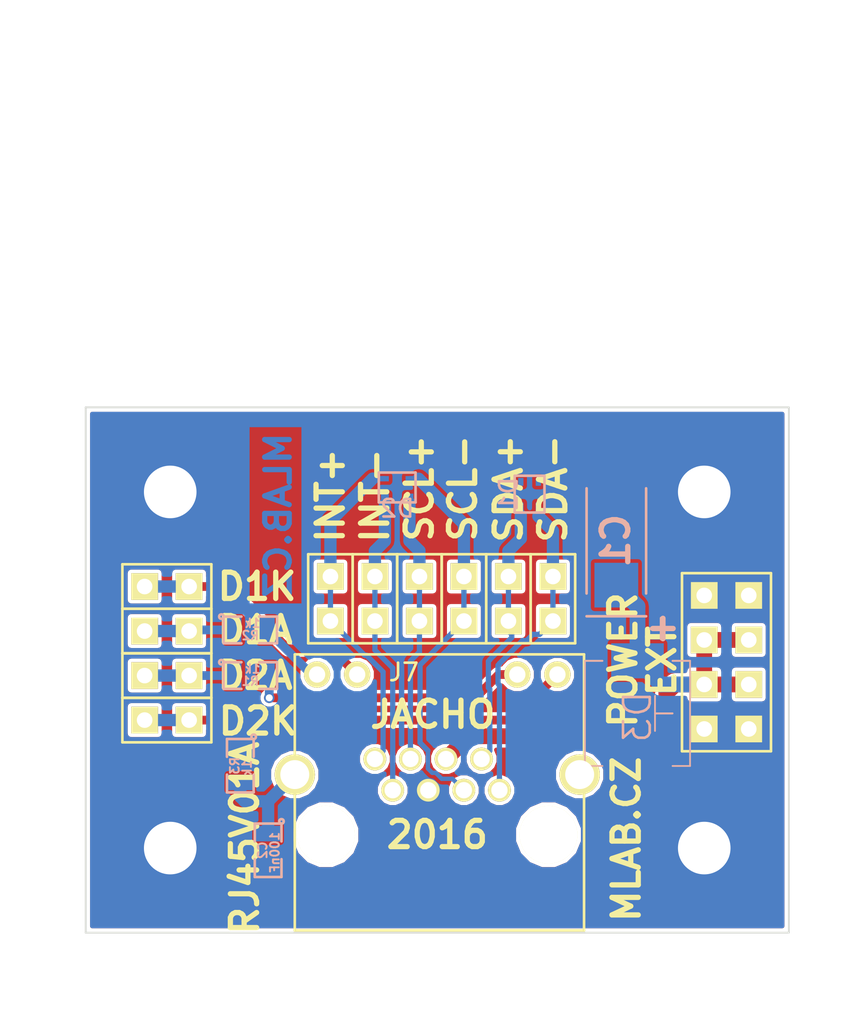
<source format=kicad_pcb>
(kicad_pcb (version 4) (host pcbnew 0.201602040917+6537~42~ubuntu15.10.1-product)

  (general
    (links 50)
    (no_connects 0)
    (area 0.203999 -30.274001 40.436001 -0.203999)
    (thickness 1.6)
    (drawings 21)
    (tracks 118)
    (zones 0)
    (modules 24)
    (nets 16)
  )

  (page A4)
  (layers
    (0 F.Cu signal)
    (31 B.Cu signal)
    (32 B.Adhes user)
    (33 F.Adhes user)
    (34 B.Paste user)
    (35 F.Paste user)
    (36 B.SilkS user)
    (37 F.SilkS user)
    (38 B.Mask user)
    (39 F.Mask user)
    (40 Dwgs.User user)
    (41 Cmts.User user)
    (42 Eco1.User user)
    (43 Eco2.User user)
    (44 Edge.Cuts user)
    (45 Margin user)
    (46 B.CrtYd user)
    (47 F.CrtYd user)
    (48 B.Fab user)
    (49 F.Fab user)
  )

  (setup
    (last_trace_width 0.25)
    (user_trace_width 0.25)
    (user_trace_width 0.3)
    (user_trace_width 0.4)
    (user_trace_width 0.5)
    (user_trace_width 0.6)
    (user_trace_width 0.7)
    (user_trace_width 0.8)
    (user_trace_width 0.9)
    (trace_clearance 0.2)
    (zone_clearance 0.2)
    (zone_45_only no)
    (trace_min 0.2)
    (segment_width 0.2)
    (edge_width 0.1)
    (via_size 0.6)
    (via_drill 0.4)
    (via_min_size 0.4)
    (via_min_drill 0.3)
    (uvia_size 0.3)
    (uvia_drill 0.1)
    (uvias_allowed no)
    (uvia_min_size 0.2)
    (uvia_min_drill 0.1)
    (pcb_text_width 0.3)
    (pcb_text_size 1.5 1.5)
    (mod_edge_width 0.15)
    (mod_text_size 1 1)
    (mod_text_width 0.15)
    (pad_size 6 6)
    (pad_drill 3)
    (pad_to_mask_clearance 0)
    (aux_axis_origin 0 0)
    (visible_elements 7FFFFF7F)
    (pcbplotparams
      (layerselection 0x010f0_80000001)
      (usegerberextensions false)
      (excludeedgelayer true)
      (linewidth 0.300000)
      (plotframeref false)
      (viasonmask false)
      (mode 1)
      (useauxorigin false)
      (hpglpennumber 1)
      (hpglpenspeed 20)
      (hpglpendiameter 15)
      (hpglpenoverlay 2)
      (psnegative false)
      (psa4output false)
      (plotreference true)
      (plotvalue true)
      (plotinvisibletext false)
      (padsonsilk false)
      (subtractmaskfromsilk false)
      (outputformat 1)
      (mirror false)
      (drillshape 0)
      (scaleselection 1)
      (outputdirectory ""))
  )

  (net 0 "")
  (net 1 VCC)
  (net 2 GND)
  (net 3 /INT+)
  (net 4 /INT-)
  (net 5 /SCL-)
  (net 6 /SCL+)
  (net 7 /SDA+)
  (net 8 /SDA-)
  (net 9 "Net-(C2-Pad1)")
  (net 10 /D1_K)
  (net 11 /D2_K)
  (net 12 /D2_A)
  (net 13 /D1_A)
  (net 14 "Net-(J7-Pad10)")
  (net 15 "Net-(J7-Pad12)")

  (net_class Default "Toto je výchozí třída sítě."
    (clearance 0.2)
    (trace_width 0.25)
    (via_dia 0.6)
    (via_drill 0.4)
    (uvia_dia 0.3)
    (uvia_drill 0.1)
    (add_net /D1_A)
    (add_net /D1_K)
    (add_net /D2_A)
    (add_net /D2_K)
    (add_net GND)
    (add_net "Net-(C2-Pad1)")
    (add_net "Net-(J7-Pad10)")
    (add_net "Net-(J7-Pad12)")
    (add_net VCC)
  )

  (net_class dif ""
    (clearance 0.2)
    (trace_width 0.4)
    (via_dia 0.6)
    (via_drill 0.4)
    (uvia_dia 0.3)
    (uvia_drill 0.1)
    (add_net /INT+)
    (add_net /INT-)
    (add_net /SCL+)
    (add_net /SCL-)
    (add_net /SDA+)
    (add_net /SDA-)
  )

  (module Mlab_IO:SOT-553 (layer B.Cu) (tedit 568CDF02) (tstamp 56B3C818)
    (at 25.5905 -25.273 270)
    (descr SOT553)
    (path /568CF656)
    (attr smd)
    (fp_text reference D1 (at 0 1.19888 270) (layer B.SilkS)
      (effects (font (size 1 1) (thickness 0.15)) (justify mirror))
    )
    (fp_text value SP1001-04XTG (at 0 -1.34874 270) (layer B.Fab) hide
      (effects (font (size 1 1) (thickness 0.15)) (justify mirror))
    )
    (fp_line (start -1.04902 0.8509) (end 1.04902 0.8509) (layer B.SilkS) (width 0.15))
    (fp_line (start 1.04902 0.8509) (end 1.04902 -0.8509) (layer B.SilkS) (width 0.15))
    (fp_line (start 1.04902 -0.8509) (end -1.04902 -0.8509) (layer B.SilkS) (width 0.15))
    (fp_line (start -1.04902 -0.8509) (end -1.04902 0.8509) (layer B.SilkS) (width 0.15))
    (pad 1 smd rect (at -0.70104 0.50038 270) (size 0.44958 0.29972) (layers B.Cu B.Paste B.Mask))
    (pad 3 smd rect (at -0.70104 -0.50038 270) (size 0.44958 0.29972) (layers B.Cu B.Paste B.Mask))
    (pad 5 smd rect (at 0.70104 0.50038 270) (size 0.44958 0.29972) (layers B.Cu B.Paste B.Mask)
      (net 7 /SDA+))
    (pad 2 smd rect (at -0.70104 0 270) (size 0.44958 0.29972) (layers B.Cu B.Paste B.Mask)
      (net 2 GND))
    (pad 4 smd rect (at 0.70104 -0.50038 270) (size 0.44958 0.29972) (layers B.Cu B.Paste B.Mask)
      (net 8 /SDA-))
    (model TO_SOT_Packages_SMD.3dshapes/SOT-553.wrl
      (at (xyz 0 0 0))
      (scale (xyz 0.77 0.65 0.7))
      (rotate (xyz 0 0 90))
    )
  )

  (module "Mlab_CON:RJHSE-5384(RJ45)" (layer F.Cu) (tedit 56B2FDC0) (tstamp 568CB420)
    (at 13.97 -5.842)
    (path /568B891C)
    (fp_text reference J7 (at 4.445 -9.271) (layer F.SilkS)
      (effects (font (size 1 1) (thickness 0.15)))
    )
    (fp_text value RJ45_RJHSE-5384 (at 6.4516 4.1275) (layer F.Fab) hide
      (effects (font (size 1 1) (thickness 0.15)))
    )
    (fp_line (start -1.78 -10.27) (end -1.78 5.46) (layer F.SilkS) (width 0.15))
    (fp_line (start -1.78 5.46) (end 14.73 5.46) (layer F.SilkS) (width 0.15))
    (fp_line (start 14.73 5.46) (end 14.73 -10.29) (layer F.SilkS) (width 0.15))
    (fp_line (start 14.73 -10.29) (end -1.78 -10.29) (layer F.SilkS) (width 0.15))
    (pad "" np_thru_hole circle (at 0 0) (size 3.3 3.3) (drill 3.3) (layers *.Cu *.Mask F.SilkS))
    (pad "" np_thru_hole circle (at 12.7 0) (size 3.3 3.3) (drill 3.3) (layers *.Cu *.Mask F.SilkS))
    (pad 14 thru_hole circle (at 14.48 -3.43) (size 2.3 2.3) (drill 1.65) (layers *.Cu *.Mask F.SilkS))
    (pad 13 thru_hole circle (at -1.78 -3.43) (size 2.3 2.3) (drill 1.65) (layers *.Cu *.Mask F.SilkS)
      (net 9 "Net-(C2-Pad1)"))
    (pad 7 thru_hole circle (at 3.81 -2.54) (size 1.3 1.3) (drill 0.93) (layers *.Cu *.Mask F.SilkS)
      (net 4 /INT-))
    (pad 5 thru_hole circle (at 5.84 -2.54) (size 1.3 1.3) (drill 0.93) (layers *.Cu *.Mask F.SilkS)
      (net 2 GND))
    (pad 3 thru_hole circle (at 7.87 -2.54) (size 1.3 1.3) (drill 0.93) (layers *.Cu *.Mask F.SilkS)
      (net 5 /SCL-))
    (pad 1 thru_hole circle (at 9.9 -2.54) (size 1.3 1.3) (drill 0.93) (layers *.Cu *.Mask F.SilkS)
      (net 8 /SDA-))
    (pad 8 thru_hole circle (at 2.79 -4.32) (size 1.3 1.3) (drill 0.93) (layers *.Cu *.Mask F.SilkS)
      (net 3 /INT+))
    (pad 6 thru_hole circle (at 4.82 -4.32) (size 1.3 1.3) (drill 0.93) (layers *.Cu *.Mask F.SilkS)
      (net 6 /SCL+))
    (pad 4 thru_hole circle (at 6.85 -4.32) (size 1.3 1.3) (drill 0.93) (layers *.Cu *.Mask F.SilkS)
      (net 1 VCC))
    (pad 2 thru_hole circle (at 8.88 -4.32) (size 1.3 1.3) (drill 0.93) (layers *.Cu *.Mask F.SilkS)
      (net 7 /SDA+))
    (pad 9 thru_hole circle (at 13.21 -9.14) (size 1.5 1.5) (drill 0.93) (layers *.Cu *.Mask F.SilkS)
      (net 11 /D2_K))
    (pad 10 thru_hole circle (at 10.92 -9.14) (size 1.5 1.5) (drill 0.93) (layers *.Cu *.Mask F.SilkS)
      (net 14 "Net-(J7-Pad10)"))
    (pad 11 thru_hole circle (at 1.78 -9.14) (size 1.5 1.5) (drill 0.93) (layers *.Cu *.Mask F.SilkS)
      (net 10 /D1_K))
    (pad 12 thru_hole circle (at -0.51 -9.14) (size 1.5 1.5) (drill 0.93) (layers *.Cu *.Mask F.SilkS)
      (net 15 "Net-(J7-Pad12)"))
  )

  (module Mlab_Pin_Headers:Straight_2x04 (layer F.Cu) (tedit 56B0BB66) (tstamp 569349A5)
    (at 36.83 -15.6845)
    (descr "pin header straight 2x04")
    (tags "pin header straight 2x04")
    (path /56911A4A)
    (fp_text reference J1 (at 0 -6.35) (layer F.SilkS) hide
      (effects (font (size 1.5 1.5) (thickness 0.15)))
    )
    (fp_text value JUMP_4X2 (at 0 6.35) (layer F.SilkS) hide
      (effects (font (size 1.5 1.5) (thickness 0.15)))
    )
    (fp_text user 1 (at -2.921 -3.81) (layer F.SilkS) hide
      (effects (font (size 0.5 0.5) (thickness 0.05)))
    )
    (fp_line (start -2.54 -5.08) (end 2.54 -5.08) (layer F.SilkS) (width 0.15))
    (fp_line (start 2.54 -5.08) (end 2.54 5.08) (layer F.SilkS) (width 0.15))
    (fp_line (start 2.54 5.08) (end -2.54 5.08) (layer F.SilkS) (width 0.15))
    (fp_line (start -2.54 5.08) (end -2.54 -5.08) (layer F.SilkS) (width 0.15))
    (pad 1 thru_hole rect (at -1.27 -3.81) (size 1.524 1.524) (drill 0.889) (layers *.Cu *.Mask F.SilkS)
      (net 2 GND))
    (pad 2 thru_hole rect (at 1.27 -3.81) (size 1.524 1.524) (drill 0.889) (layers *.Cu *.Mask F.SilkS)
      (net 2 GND))
    (pad 3 thru_hole rect (at -1.27 -1.27) (size 1.524 1.524) (drill 0.889) (layers *.Cu *.Mask F.SilkS)
      (net 1 VCC))
    (pad 4 thru_hole rect (at 1.27 -1.27) (size 1.524 1.524) (drill 0.889) (layers *.Cu *.Mask F.SilkS)
      (net 1 VCC))
    (pad 5 thru_hole rect (at -1.27 1.27) (size 1.524 1.524) (drill 0.889) (layers *.Cu *.Mask F.SilkS)
      (net 1 VCC))
    (pad 6 thru_hole rect (at 1.27 1.27) (size 1.524 1.524) (drill 0.889) (layers *.Cu *.Mask F.SilkS)
      (net 1 VCC))
    (pad 7 thru_hole rect (at -1.27 3.81) (size 1.524 1.524) (drill 0.889) (layers *.Cu *.Mask F.SilkS)
      (net 2 GND))
    (pad 8 thru_hole rect (at 1.27 3.81) (size 1.524 1.524) (drill 0.889) (layers *.Cu *.Mask F.SilkS)
      (net 2 GND))
    (model Pin_Headers/Pin_Header_Straight_2x04.wrl
      (at (xyz 0 0 0))
      (scale (xyz 1 1 1))
      (rotate (xyz 0 0 90))
    )
  )

  (module MLAB_R:SMD-0805 (layer B.Cu) (tedit 54799E0C) (tstamp 568CB28C)
    (at 10.668 -4.953 270)
    (path /56B25436)
    (attr smd)
    (fp_text reference C2 (at 0 0.3175 270) (layer B.SilkS)
      (effects (font (size 0.50038 0.50038) (thickness 0.10922)) (justify mirror))
    )
    (fp_text value 100nF (at 0.127 -0.381 270) (layer B.SilkS)
      (effects (font (size 0.50038 0.50038) (thickness 0.10922)) (justify mirror))
    )
    (fp_circle (center -1.651 -0.762) (end -1.651 -0.635) (layer B.SilkS) (width 0.15))
    (fp_line (start -0.508 -0.762) (end -1.524 -0.762) (layer B.SilkS) (width 0.15))
    (fp_line (start -1.524 -0.762) (end -1.524 0.762) (layer B.SilkS) (width 0.15))
    (fp_line (start -1.524 0.762) (end -0.508 0.762) (layer B.SilkS) (width 0.15))
    (fp_line (start 0.508 0.762) (end 1.524 0.762) (layer B.SilkS) (width 0.15))
    (fp_line (start 1.524 0.762) (end 1.524 -0.762) (layer B.SilkS) (width 0.15))
    (fp_line (start 1.524 -0.762) (end 0.508 -0.762) (layer B.SilkS) (width 0.15))
    (pad 1 smd rect (at -0.9525 0 270) (size 0.889 1.397) (layers B.Cu B.Paste B.Mask)
      (net 9 "Net-(C2-Pad1)"))
    (pad 2 smd rect (at 0.9525 0 270) (size 0.889 1.397) (layers B.Cu B.Paste B.Mask)
      (net 2 GND))
    (model MLAB_3D/Resistors/chip_cms.wrl
      (at (xyz 0 0 0))
      (scale (xyz 0.1 0.1 0.1))
      (rotate (xyz 0 0 0))
    )
  )

  (module Mlab_Pin_Headers:Straight_2x01 (layer F.Cu) (tedit 5545E8D2) (tstamp 568CB2DD)
    (at 4.8895 -12.3825 180)
    (descr "pin header straight 2x01")
    (tags "pin header straight 2x01")
    (path /56B390C0)
    (fp_text reference J4 (at 0 -2.54 180) (layer F.SilkS) hide
      (effects (font (size 1.5 1.5) (thickness 0.15)))
    )
    (fp_text value JUMP_2x1 (at 0 2.54 180) (layer F.SilkS) hide
      (effects (font (size 1.5 1.5) (thickness 0.15)))
    )
    (fp_line (start -2.54 -1.27) (end 2.54 -1.27) (layer F.SilkS) (width 0.15))
    (fp_line (start 2.54 -1.27) (end 2.54 1.27) (layer F.SilkS) (width 0.15))
    (fp_line (start 2.54 1.27) (end -2.54 1.27) (layer F.SilkS) (width 0.15))
    (fp_line (start -2.54 1.27) (end -2.54 -1.27) (layer F.SilkS) (width 0.15))
    (pad 1 thru_hole rect (at -1.27 0 180) (size 1.524 1.524) (drill 0.889) (layers *.Cu *.Mask F.SilkS)
      (net 11 /D2_K))
    (pad 2 thru_hole rect (at 1.27 0 180) (size 1.524 1.524) (drill 0.889) (layers *.Cu *.Mask F.SilkS)
      (net 11 /D2_K))
    (model Pin_Headers/Pin_Header_Straight_2x01.wrl
      (at (xyz 0 0 0))
      (scale (xyz 1 1 1))
      (rotate (xyz 0 0 90))
    )
  )

  (module Mlab_Pin_Headers:Straight_2x01 (layer F.Cu) (tedit 5545E8D2) (tstamp 568CB2E3)
    (at 4.8895 -14.9225 180)
    (descr "pin header straight 2x01")
    (tags "pin header straight 2x01")
    (path /56B3DC2E)
    (fp_text reference J5 (at 0 -2.54 180) (layer F.SilkS) hide
      (effects (font (size 1.5 1.5) (thickness 0.15)))
    )
    (fp_text value JUMP_2x1 (at 0 2.54 180) (layer F.SilkS) hide
      (effects (font (size 1.5 1.5) (thickness 0.15)))
    )
    (fp_line (start -2.54 -1.27) (end 2.54 -1.27) (layer F.SilkS) (width 0.15))
    (fp_line (start 2.54 -1.27) (end 2.54 1.27) (layer F.SilkS) (width 0.15))
    (fp_line (start 2.54 1.27) (end -2.54 1.27) (layer F.SilkS) (width 0.15))
    (fp_line (start -2.54 1.27) (end -2.54 -1.27) (layer F.SilkS) (width 0.15))
    (pad 1 thru_hole rect (at -1.27 0 180) (size 1.524 1.524) (drill 0.889) (layers *.Cu *.Mask F.SilkS)
      (net 12 /D2_A))
    (pad 2 thru_hole rect (at 1.27 0 180) (size 1.524 1.524) (drill 0.889) (layers *.Cu *.Mask F.SilkS)
      (net 12 /D2_A))
    (model Pin_Headers/Pin_Header_Straight_2x01.wrl
      (at (xyz 0 0 0))
      (scale (xyz 1 1 1))
      (rotate (xyz 0 0 90))
    )
  )

  (module Mlab_Pin_Headers:Straight_2x01 (layer F.Cu) (tedit 5545E8D2) (tstamp 568CB2E9)
    (at 4.8895 -17.4625 180)
    (descr "pin header straight 2x01")
    (tags "pin header straight 2x01")
    (path /56B3E462)
    (fp_text reference J6 (at 0 -2.54 180) (layer F.SilkS) hide
      (effects (font (size 1.5 1.5) (thickness 0.15)))
    )
    (fp_text value JUMP_2x1 (at 0 2.54 180) (layer F.SilkS) hide
      (effects (font (size 1.5 1.5) (thickness 0.15)))
    )
    (fp_line (start -2.54 -1.27) (end 2.54 -1.27) (layer F.SilkS) (width 0.15))
    (fp_line (start 2.54 -1.27) (end 2.54 1.27) (layer F.SilkS) (width 0.15))
    (fp_line (start 2.54 1.27) (end -2.54 1.27) (layer F.SilkS) (width 0.15))
    (fp_line (start -2.54 1.27) (end -2.54 -1.27) (layer F.SilkS) (width 0.15))
    (pad 1 thru_hole rect (at -1.27 0 180) (size 1.524 1.524) (drill 0.889) (layers *.Cu *.Mask F.SilkS)
      (net 13 /D1_A))
    (pad 2 thru_hole rect (at 1.27 0 180) (size 1.524 1.524) (drill 0.889) (layers *.Cu *.Mask F.SilkS)
      (net 13 /D1_A))
    (model Pin_Headers/Pin_Header_Straight_2x01.wrl
      (at (xyz 0 0 0))
      (scale (xyz 1 1 1))
      (rotate (xyz 0 0 90))
    )
  )

  (module Mlab_Pin_Headers:Straight_2x01 (layer F.Cu) (tedit 5545E8D2) (tstamp 568CB2F5)
    (at 14.224 -19.304 90)
    (descr "pin header straight 2x01")
    (tags "pin header straight 2x01")
    (path /568D8FDE)
    (fp_text reference J8 (at 0 -2.54 90) (layer F.SilkS) hide
      (effects (font (size 1.5 1.5) (thickness 0.15)))
    )
    (fp_text value JUMP_2x1 (at 0 2.54 90) (layer F.SilkS) hide
      (effects (font (size 1.5 1.5) (thickness 0.15)))
    )
    (fp_line (start -2.54 -1.27) (end 2.54 -1.27) (layer F.SilkS) (width 0.15))
    (fp_line (start 2.54 -1.27) (end 2.54 1.27) (layer F.SilkS) (width 0.15))
    (fp_line (start 2.54 1.27) (end -2.54 1.27) (layer F.SilkS) (width 0.15))
    (fp_line (start -2.54 1.27) (end -2.54 -1.27) (layer F.SilkS) (width 0.15))
    (pad 1 thru_hole rect (at -1.27 0 90) (size 1.524 1.524) (drill 0.889) (layers *.Cu *.Mask F.SilkS)
      (net 3 /INT+))
    (pad 2 thru_hole rect (at 1.27 0 90) (size 1.524 1.524) (drill 0.889) (layers *.Cu *.Mask F.SilkS)
      (net 3 /INT+))
    (model Pin_Headers/Pin_Header_Straight_2x01.wrl
      (at (xyz 0 0 0))
      (scale (xyz 1 1 1))
      (rotate (xyz 0 0 90))
    )
  )

  (module Mlab_Pin_Headers:Straight_2x01 (layer F.Cu) (tedit 5545E8D2) (tstamp 568CB2FB)
    (at 16.764 -19.304 90)
    (descr "pin header straight 2x01")
    (tags "pin header straight 2x01")
    (path /568D9408)
    (fp_text reference J9 (at 0 -2.54 90) (layer F.SilkS) hide
      (effects (font (size 1.5 1.5) (thickness 0.15)))
    )
    (fp_text value JUMP_2x1 (at 0 2.54 90) (layer F.SilkS) hide
      (effects (font (size 1.5 1.5) (thickness 0.15)))
    )
    (fp_line (start -2.54 -1.27) (end 2.54 -1.27) (layer F.SilkS) (width 0.15))
    (fp_line (start 2.54 -1.27) (end 2.54 1.27) (layer F.SilkS) (width 0.15))
    (fp_line (start 2.54 1.27) (end -2.54 1.27) (layer F.SilkS) (width 0.15))
    (fp_line (start -2.54 1.27) (end -2.54 -1.27) (layer F.SilkS) (width 0.15))
    (pad 1 thru_hole rect (at -1.27 0 90) (size 1.524 1.524) (drill 0.889) (layers *.Cu *.Mask F.SilkS)
      (net 4 /INT-))
    (pad 2 thru_hole rect (at 1.27 0 90) (size 1.524 1.524) (drill 0.889) (layers *.Cu *.Mask F.SilkS)
      (net 4 /INT-))
    (model Pin_Headers/Pin_Header_Straight_2x01.wrl
      (at (xyz 0 0 0))
      (scale (xyz 1 1 1))
      (rotate (xyz 0 0 90))
    )
  )

  (module Mlab_Mechanical:MountingHole_3mm placed (layer F.Cu) (tedit 5535DB2C) (tstamp 568CB35E)
    (at 5.08 -25.4)
    (descr "Mounting hole, Befestigungsbohrung, 3mm, No Annular, Kein Restring,")
    (tags "Mounting hole, Befestigungsbohrung, 3mm, No Annular, Kein Restring,")
    (path /568DCC14)
    (fp_text reference M1 (at 0 -4.191) (layer F.SilkS) hide
      (effects (font (thickness 0.3048)))
    )
    (fp_text value HOLE (at 0 4.191) (layer F.SilkS) hide
      (effects (font (thickness 0.3048)))
    )
    (fp_circle (center 0 0) (end 2.99974 0) (layer Cmts.User) (width 0.381))
    (pad 1 thru_hole circle (at 0 0) (size 6 6) (drill 3) (layers *.Cu *.Adhes *.Mask)
      (net 2 GND) (clearance 1) (zone_connect 2))
  )

  (module Mlab_Mechanical:MountingHole_3mm placed (layer F.Cu) (tedit 5535DB2C) (tstamp 568CB363)
    (at 35.56 -5.08)
    (descr "Mounting hole, Befestigungsbohrung, 3mm, No Annular, Kein Restring,")
    (tags "Mounting hole, Befestigungsbohrung, 3mm, No Annular, Kein Restring,")
    (path /568DCFB0)
    (fp_text reference M2 (at 0 -4.191) (layer F.SilkS) hide
      (effects (font (thickness 0.3048)))
    )
    (fp_text value HOLE (at 0 4.191) (layer F.SilkS) hide
      (effects (font (thickness 0.3048)))
    )
    (fp_circle (center 0 0) (end 2.99974 0) (layer Cmts.User) (width 0.381))
    (pad 1 thru_hole circle (at 0 0) (size 6 6) (drill 3) (layers *.Cu *.Adhes *.Mask)
      (net 2 GND) (clearance 1) (zone_connect 2))
  )

  (module Mlab_Mechanical:MountingHole_3mm placed (layer F.Cu) (tedit 5535DB2C) (tstamp 568CB368)
    (at 5.08 -5.08)
    (descr "Mounting hole, Befestigungsbohrung, 3mm, No Annular, Kein Restring,")
    (tags "Mounting hole, Befestigungsbohrung, 3mm, No Annular, Kein Restring,")
    (path /568DD0C8)
    (fp_text reference M3 (at 0 -4.191) (layer F.SilkS) hide
      (effects (font (thickness 0.3048)))
    )
    (fp_text value HOLE (at 0 4.191) (layer F.SilkS) hide
      (effects (font (thickness 0.3048)))
    )
    (fp_circle (center 0 0) (end 2.99974 0) (layer Cmts.User) (width 0.381))
    (pad 1 thru_hole circle (at 0 0) (size 6 6) (drill 3) (layers *.Cu *.Adhes *.Mask)
      (net 2 GND) (clearance 1) (zone_connect 2))
  )

  (module Mlab_Mechanical:MountingHole_3mm placed (layer F.Cu) (tedit 5535DB2C) (tstamp 568CB36D)
    (at 35.56 -25.4)
    (descr "Mounting hole, Befestigungsbohrung, 3mm, No Annular, Kein Restring,")
    (tags "Mounting hole, Befestigungsbohrung, 3mm, No Annular, Kein Restring,")
    (path /568DD160)
    (fp_text reference M4 (at 0 -4.191) (layer F.SilkS) hide
      (effects (font (thickness 0.3048)))
    )
    (fp_text value HOLE (at 0 4.191) (layer F.SilkS) hide
      (effects (font (thickness 0.3048)))
    )
    (fp_circle (center 0 0) (end 2.99974 0) (layer Cmts.User) (width 0.381))
    (pad 1 thru_hole circle (at 0 0) (size 6 6) (drill 3) (layers *.Cu *.Adhes *.Mask)
      (net 2 GND) (clearance 1) (zone_connect 2))
  )

  (module MLAB_R:SMD-0805 (layer B.Cu) (tedit 54799E0C) (tstamp 568CB373)
    (at 9.652 -14.9225)
    (path /55C3364D)
    (attr smd)
    (fp_text reference R1 (at 0 0.3175) (layer B.SilkS)
      (effects (font (size 0.50038 0.50038) (thickness 0.10922)) (justify mirror))
    )
    (fp_text value 1k (at 0.127 -0.381) (layer B.SilkS)
      (effects (font (size 0.50038 0.50038) (thickness 0.10922)) (justify mirror))
    )
    (fp_circle (center -1.651 -0.762) (end -1.651 -0.635) (layer B.SilkS) (width 0.15))
    (fp_line (start -0.508 -0.762) (end -1.524 -0.762) (layer B.SilkS) (width 0.15))
    (fp_line (start -1.524 -0.762) (end -1.524 0.762) (layer B.SilkS) (width 0.15))
    (fp_line (start -1.524 0.762) (end -0.508 0.762) (layer B.SilkS) (width 0.15))
    (fp_line (start 0.508 0.762) (end 1.524 0.762) (layer B.SilkS) (width 0.15))
    (fp_line (start 1.524 0.762) (end 1.524 -0.762) (layer B.SilkS) (width 0.15))
    (fp_line (start 1.524 -0.762) (end 0.508 -0.762) (layer B.SilkS) (width 0.15))
    (pad 1 smd rect (at -0.9525 0) (size 0.889 1.397) (layers B.Cu B.Paste B.Mask)
      (net 12 /D2_A))
    (pad 2 smd rect (at 0.9525 0) (size 0.889 1.397) (layers B.Cu B.Paste B.Mask)
      (net 14 "Net-(J7-Pad10)"))
    (model MLAB_3D/Resistors/chip_cms.wrl
      (at (xyz 0 0 0))
      (scale (xyz 0.1 0.1 0.1))
      (rotate (xyz 0 0 0))
    )
  )

  (module MLAB_R:SMD-0805 (layer B.Cu) (tedit 54799E0C) (tstamp 568CB379)
    (at 9.652 -17.526)
    (path /55C3364C)
    (attr smd)
    (fp_text reference R2 (at 0 0.3175) (layer B.SilkS)
      (effects (font (size 0.50038 0.50038) (thickness 0.10922)) (justify mirror))
    )
    (fp_text value 1k (at 0.127 -0.381) (layer B.SilkS)
      (effects (font (size 0.50038 0.50038) (thickness 0.10922)) (justify mirror))
    )
    (fp_circle (center -1.651 -0.762) (end -1.651 -0.635) (layer B.SilkS) (width 0.15))
    (fp_line (start -0.508 -0.762) (end -1.524 -0.762) (layer B.SilkS) (width 0.15))
    (fp_line (start -1.524 -0.762) (end -1.524 0.762) (layer B.SilkS) (width 0.15))
    (fp_line (start -1.524 0.762) (end -0.508 0.762) (layer B.SilkS) (width 0.15))
    (fp_line (start 0.508 0.762) (end 1.524 0.762) (layer B.SilkS) (width 0.15))
    (fp_line (start 1.524 0.762) (end 1.524 -0.762) (layer B.SilkS) (width 0.15))
    (fp_line (start 1.524 -0.762) (end 0.508 -0.762) (layer B.SilkS) (width 0.15))
    (pad 1 smd rect (at -0.9525 0) (size 0.889 1.397) (layers B.Cu B.Paste B.Mask)
      (net 13 /D1_A))
    (pad 2 smd rect (at 0.9525 0) (size 0.889 1.397) (layers B.Cu B.Paste B.Mask)
      (net 15 "Net-(J7-Pad12)"))
    (model MLAB_3D/Resistors/chip_cms.wrl
      (at (xyz 0 0 0))
      (scale (xyz 0.1 0.1 0.1))
      (rotate (xyz 0 0 0))
    )
  )

  (module MLAB_R:SMD-0805 (layer B.Cu) (tedit 54799E0C) (tstamp 568CB37F)
    (at 9.0805 -9.779 270)
    (path /56B24B76)
    (attr smd)
    (fp_text reference R3 (at 0 0.3175 270) (layer B.SilkS)
      (effects (font (size 0.50038 0.50038) (thickness 0.10922)) (justify mirror))
    )
    (fp_text value 1k (at 0.127 -0.381 270) (layer B.SilkS)
      (effects (font (size 0.50038 0.50038) (thickness 0.10922)) (justify mirror))
    )
    (fp_circle (center -1.651 -0.762) (end -1.651 -0.635) (layer B.SilkS) (width 0.15))
    (fp_line (start -0.508 -0.762) (end -1.524 -0.762) (layer B.SilkS) (width 0.15))
    (fp_line (start -1.524 -0.762) (end -1.524 0.762) (layer B.SilkS) (width 0.15))
    (fp_line (start -1.524 0.762) (end -0.508 0.762) (layer B.SilkS) (width 0.15))
    (fp_line (start 0.508 0.762) (end 1.524 0.762) (layer B.SilkS) (width 0.15))
    (fp_line (start 1.524 0.762) (end 1.524 -0.762) (layer B.SilkS) (width 0.15))
    (fp_line (start 1.524 -0.762) (end 0.508 -0.762) (layer B.SilkS) (width 0.15))
    (pad 1 smd rect (at -0.9525 0 270) (size 0.889 1.397) (layers B.Cu B.Paste B.Mask)
      (net 2 GND))
    (pad 2 smd rect (at 0.9525 0 270) (size 0.889 1.397) (layers B.Cu B.Paste B.Mask)
      (net 9 "Net-(C2-Pad1)"))
    (model MLAB_3D/Resistors/chip_cms.wrl
      (at (xyz 0 0 0))
      (scale (xyz 0.1 0.1 0.1))
      (rotate (xyz 0 0 0))
    )
  )

  (module Mlab_Pin_Headers:Straight_1x02 (layer F.Cu) (tedit 5535DB0D) (tstamp 56B19A98)
    (at 4.8895 -20.0025 90)
    (descr "pin header straight 1x02")
    (tags "pin header straight 1x02")
    (path /56B38A0C)
    (fp_text reference J3 (at 0 -3.81 90) (layer F.SilkS) hide
      (effects (font (size 1.5 1.5) (thickness 0.15)))
    )
    (fp_text value JUMP_2x1 (at 0 3.81 90) (layer F.SilkS) hide
      (effects (font (size 1.5 1.5) (thickness 0.15)))
    )
    (fp_text user 1 (at -1.651 -1.27 90) (layer F.SilkS) hide
      (effects (font (size 0.5 0.5) (thickness 0.05)))
    )
    (fp_line (start -1.27 -2.54) (end 1.27 -2.54) (layer F.SilkS) (width 0.15))
    (fp_line (start 1.27 -2.54) (end 1.27 2.54) (layer F.SilkS) (width 0.15))
    (fp_line (start 1.27 2.54) (end -1.27 2.54) (layer F.SilkS) (width 0.15))
    (fp_line (start -1.27 2.54) (end -1.27 -2.54) (layer F.SilkS) (width 0.15))
    (pad 2 thru_hole rect (at 0 1.27 90) (size 1.524 1.524) (drill 0.889) (layers *.Cu *.Mask F.SilkS)
      (net 10 /D1_K))
    (pad 1 thru_hole rect (at 0 -1.27 90) (size 1.524 1.524) (drill 0.889) (layers *.Cu *.Mask F.SilkS)
      (net 10 /D1_K))
    (model Pin_Headers/Pin_Header_Straight_1x02.wrl
      (at (xyz 0 0 0))
      (scale (xyz 1 1 1))
      (rotate (xyz 0 0 90))
    )
  )

  (module Mlab_C:TantalC_SizeC_Reflow (layer B.Cu) (tedit 564C624B) (tstamp 56B3C489)
    (at 30.5435 -22.606 90)
    (descr "Tantal Cap. , Size C, EIA-6032, Reflow,")
    (tags "Tantal Cap. , Size C, EIA-6032, Reflow,")
    (path /568E10B3)
    (attr smd)
    (fp_text reference C1 (at 0.0127 -0.0381 90) (layer B.SilkS)
      (effects (font (thickness 0.3048)) (justify mirror))
    )
    (fp_text value 47uF (at -0.09906 -3.59918 90) (layer B.SilkS) hide
      (effects (font (thickness 0.3048)) (justify mirror))
    )
    (fp_line (start -4.30022 1.69926) (end -4.30022 -1.69926) (layer B.SilkS) (width 0.15))
    (fp_line (start 2.99974 -1.69926) (end -2.99974 -1.69926) (layer B.SilkS) (width 0.15))
    (fp_line (start 2.99974 1.69926) (end -2.99974 1.69926) (layer B.SilkS) (width 0.15))
    (fp_text user + (at -4.99872 2.55016 90) (layer B.SilkS)
      (effects (font (thickness 0.3048)) (justify mirror))
    )
    (fp_line (start -5.00126 3.05308) (end -5.00126 1.95326) (layer B.SilkS) (width 0.15))
    (fp_line (start -5.6007 2.5527) (end -4.40182 2.5527) (layer B.SilkS) (width 0.15))
    (pad 2 smd rect (at 2.52476 0 90) (size 2.55016 2.49936) (layers B.Cu B.Paste B.Mask)
      (net 2 GND))
    (pad 1 smd rect (at -2.52476 0 90) (size 2.55016 2.49936) (layers B.Cu B.Paste B.Mask)
      (net 1 VCC))
    (model MLAB_3D/Capacitors/c_tant_C.wrl
      (at (xyz 0 0 0))
      (scale (xyz 1 1 1))
      (rotate (xyz 0 0 180))
    )
  )

  (module Mlab_Pin_Headers:Straight_2x01 (layer F.Cu) (tedit 5545E8D2) (tstamp 56B3C493)
    (at 19.304 -19.304 90)
    (descr "pin header straight 2x01")
    (tags "pin header straight 2x01")
    (path /568DB005)
    (fp_text reference J10 (at 0 -2.54 90) (layer F.SilkS) hide
      (effects (font (size 1.5 1.5) (thickness 0.15)))
    )
    (fp_text value JUMP_2x1 (at 0 2.54 90) (layer F.SilkS) hide
      (effects (font (size 1.5 1.5) (thickness 0.15)))
    )
    (fp_line (start -2.54 -1.27) (end 2.54 -1.27) (layer F.SilkS) (width 0.15))
    (fp_line (start 2.54 -1.27) (end 2.54 1.27) (layer F.SilkS) (width 0.15))
    (fp_line (start 2.54 1.27) (end -2.54 1.27) (layer F.SilkS) (width 0.15))
    (fp_line (start -2.54 1.27) (end -2.54 -1.27) (layer F.SilkS) (width 0.15))
    (pad 1 thru_hole rect (at -1.27 0 90) (size 1.524 1.524) (drill 0.889) (layers *.Cu *.Mask F.SilkS)
      (net 6 /SCL+))
    (pad 2 thru_hole rect (at 1.27 0 90) (size 1.524 1.524) (drill 0.889) (layers *.Cu *.Mask F.SilkS)
      (net 6 /SCL+))
    (model Pin_Headers/Pin_Header_Straight_2x01.wrl
      (at (xyz 0 0 0))
      (scale (xyz 1 1 1))
      (rotate (xyz 0 0 90))
    )
  )

  (module Mlab_Pin_Headers:Straight_2x01 (layer F.Cu) (tedit 5545E8D2) (tstamp 56B3C49D)
    (at 21.844 -19.304 90)
    (descr "pin header straight 2x01")
    (tags "pin header straight 2x01")
    (path /568DB07B)
    (fp_text reference J11 (at 0 -2.54 90) (layer F.SilkS) hide
      (effects (font (size 1.5 1.5) (thickness 0.15)))
    )
    (fp_text value JUMP_2x1 (at 0 2.54 90) (layer F.SilkS) hide
      (effects (font (size 1.5 1.5) (thickness 0.15)))
    )
    (fp_line (start -2.54 -1.27) (end 2.54 -1.27) (layer F.SilkS) (width 0.15))
    (fp_line (start 2.54 -1.27) (end 2.54 1.27) (layer F.SilkS) (width 0.15))
    (fp_line (start 2.54 1.27) (end -2.54 1.27) (layer F.SilkS) (width 0.15))
    (fp_line (start -2.54 1.27) (end -2.54 -1.27) (layer F.SilkS) (width 0.15))
    (pad 1 thru_hole rect (at -1.27 0 90) (size 1.524 1.524) (drill 0.889) (layers *.Cu *.Mask F.SilkS)
      (net 5 /SCL-))
    (pad 2 thru_hole rect (at 1.27 0 90) (size 1.524 1.524) (drill 0.889) (layers *.Cu *.Mask F.SilkS)
      (net 5 /SCL-))
    (model Pin_Headers/Pin_Header_Straight_2x01.wrl
      (at (xyz 0 0 0))
      (scale (xyz 1 1 1))
      (rotate (xyz 0 0 90))
    )
  )

  (module Mlab_Pin_Headers:Straight_2x01 (layer F.Cu) (tedit 5545E8D2) (tstamp 56B3C4B1)
    (at 26.924 -19.304 90)
    (descr "pin header straight 2x01")
    (tags "pin header straight 2x01")
    (path /568DB2A0)
    (fp_text reference J13 (at 0 -2.54 90) (layer F.SilkS) hide
      (effects (font (size 1.5 1.5) (thickness 0.15)))
    )
    (fp_text value JUMP_2x1 (at 0 2.54 90) (layer F.SilkS) hide
      (effects (font (size 1.5 1.5) (thickness 0.15)))
    )
    (fp_line (start -2.54 -1.27) (end 2.54 -1.27) (layer F.SilkS) (width 0.15))
    (fp_line (start 2.54 -1.27) (end 2.54 1.27) (layer F.SilkS) (width 0.15))
    (fp_line (start 2.54 1.27) (end -2.54 1.27) (layer F.SilkS) (width 0.15))
    (fp_line (start -2.54 1.27) (end -2.54 -1.27) (layer F.SilkS) (width 0.15))
    (pad 1 thru_hole rect (at -1.27 0 90) (size 1.524 1.524) (drill 0.889) (layers *.Cu *.Mask F.SilkS)
      (net 8 /SDA-))
    (pad 2 thru_hole rect (at 1.27 0 90) (size 1.524 1.524) (drill 0.889) (layers *.Cu *.Mask F.SilkS)
      (net 8 /SDA-))
    (model Pin_Headers/Pin_Header_Straight_2x01.wrl
      (at (xyz 0 0 0))
      (scale (xyz 1 1 1))
      (rotate (xyz 0 0 90))
    )
  )

  (module Mlab_Pin_Headers:Straight_2x01 (layer F.Cu) (tedit 5545E8D2) (tstamp 56B3C5B8)
    (at 24.384 -19.304 90)
    (descr "pin header straight 2x01")
    (tags "pin header straight 2x01")
    (path /568DB1C8)
    (fp_text reference J12 (at 0 -2.54 90) (layer F.SilkS) hide
      (effects (font (size 1.5 1.5) (thickness 0.15)))
    )
    (fp_text value JUMP_2x1 (at 0 2.54 90) (layer F.SilkS) hide
      (effects (font (size 1.5 1.5) (thickness 0.15)))
    )
    (fp_line (start -2.54 -1.27) (end 2.54 -1.27) (layer F.SilkS) (width 0.15))
    (fp_line (start 2.54 -1.27) (end 2.54 1.27) (layer F.SilkS) (width 0.15))
    (fp_line (start 2.54 1.27) (end -2.54 1.27) (layer F.SilkS) (width 0.15))
    (fp_line (start -2.54 1.27) (end -2.54 -1.27) (layer F.SilkS) (width 0.15))
    (pad 1 thru_hole rect (at -1.27 0 90) (size 1.524 1.524) (drill 0.889) (layers *.Cu *.Mask F.SilkS)
      (net 7 /SDA+))
    (pad 2 thru_hole rect (at 1.27 0 90) (size 1.524 1.524) (drill 0.889) (layers *.Cu *.Mask F.SilkS)
      (net 7 /SDA+))
    (model Pin_Headers/Pin_Header_Straight_2x01.wrl
      (at (xyz 0 0 0))
      (scale (xyz 1 1 1))
      (rotate (xyz 0 0 90))
    )
  )

  (module Mlab_IO:SOT-553 (layer B.Cu) (tedit 568CDF02) (tstamp 56B3C825)
    (at 18.034 -25.654)
    (descr SOT553)
    (path /568CFCCB)
    (attr smd)
    (fp_text reference D2 (at 0 1.19888) (layer B.SilkS)
      (effects (font (size 1 1) (thickness 0.15)) (justify mirror))
    )
    (fp_text value SP1001-04XTG (at 0 -1.34874) (layer B.Fab) hide
      (effects (font (size 1 1) (thickness 0.15)) (justify mirror))
    )
    (fp_line (start -1.04902 0.8509) (end 1.04902 0.8509) (layer B.SilkS) (width 0.15))
    (fp_line (start 1.04902 0.8509) (end 1.04902 -0.8509) (layer B.SilkS) (width 0.15))
    (fp_line (start 1.04902 -0.8509) (end -1.04902 -0.8509) (layer B.SilkS) (width 0.15))
    (fp_line (start -1.04902 -0.8509) (end -1.04902 0.8509) (layer B.SilkS) (width 0.15))
    (pad 1 smd rect (at -0.70104 0.50038) (size 0.44958 0.29972) (layers B.Cu B.Paste B.Mask)
      (net 4 /INT-))
    (pad 3 smd rect (at -0.70104 -0.50038) (size 0.44958 0.29972) (layers B.Cu B.Paste B.Mask)
      (net 3 /INT+))
    (pad 5 smd rect (at 0.70104 0.50038) (size 0.44958 0.29972) (layers B.Cu B.Paste B.Mask)
      (net 6 /SCL+))
    (pad 2 smd rect (at -0.70104 0) (size 0.44958 0.29972) (layers B.Cu B.Paste B.Mask)
      (net 2 GND))
    (pad 4 smd rect (at 0.70104 -0.50038) (size 0.44958 0.29972) (layers B.Cu B.Paste B.Mask)
      (net 5 /SCL-))
    (model TO_SOT_Packages_SMD.3dshapes/SOT-553.wrl
      (at (xyz 0 0 0))
      (scale (xyz 0.77 0.65 0.7))
      (rotate (xyz 0 0 90))
    )
  )

  (module Mlab_D:Diode-SMC_Standard (layer B.Cu) (tedit 54799AAC) (tstamp 56B3C82B)
    (at 31.75 -12.7635 90)
    (descr "Diode SMC Standard")
    (tags "Diode SMC Standard")
    (path /568C1495)
    (attr smd)
    (fp_text reference D3 (at -0.1905 0 90) (layer B.SilkS)
      (effects (font (thickness 0.15)) (justify mirror))
    )
    (fp_text value SM15T18A (at 0 -5 90) (layer B.SilkS) hide
      (effects (font (thickness 0.15)) (justify mirror))
    )
    (fp_circle (center 0 0) (end 0 0) (layer B.Adhes) (width 0))
    (fp_circle (center 0 0) (end 0 0) (layer B.Adhes) (width 0))
    (fp_circle (center 0 0) (end 0 0) (layer B.Adhes) (width 0))
    (fp_line (start 0 1) (end 1 1) (layer B.SilkS) (width 0))
    (fp_line (start 0 1) (end -1 1) (layer B.SilkS) (width 0))
    (fp_line (start 3 -3) (end 3 -2) (layer B.SilkS) (width 0))
    (fp_line (start 3 3) (end 3 2) (layer B.SilkS) (width 0))
    (fp_line (start 3 -3) (end 3 -2) (layer B.SilkS) (width 0))
    (fp_line (start 3 3) (end 3 2) (layer B.SilkS) (width 0))
    (fp_line (start -3 -3) (end -3 -2) (layer B.SilkS) (width 0))
    (fp_line (start -3 3) (end -3 2) (layer B.SilkS) (width 0))
    (fp_line (start 0 2) (end 0 1) (layer B.SilkS) (width 0))
    (fp_line (start 0 1) (end 0 2) (layer B.SilkS) (width 0))
    (fp_line (start 0 1) (end 0 1) (layer B.SilkS) (width 0))
    (fp_line (start 0 1) (end 0 2) (layer B.SilkS) (width 0))
    (fp_line (start -3 -3) (end 3 -3) (layer B.SilkS) (width 0))
    (fp_line (start -3 3) (end 3 3) (layer B.SilkS) (width 0))
    (pad 1 smd rect (at -3 0) (size 3 2) (layers B.Cu B.Paste B.Mask)
      (net 2 GND))
    (pad 2 smd rect (at 3 0) (size 3 2) (layers B.Cu B.Paste B.Mask)
      (net 1 VCC))
    (model MLAB_3D/Diodes/SMB.wrl
      (at (xyz 0 0 0))
      (scale (xyz 0 0 0))
      (rotate (xyz 0 0 0))
    )
  )

  (gr_text D2K (at 7.6835 -12.319) (layer F.SilkS)
    (effects (font (size 1.5 1.5) (thickness 0.3)) (justify left))
  )
  (gr_text D2A (at 7.62 -14.9225) (layer F.SilkS)
    (effects (font (size 1.5 1.5) (thickness 0.3)) (justify left))
  )
  (gr_text D1A (at 7.62 -17.526) (layer F.SilkS)
    (effects (font (size 1.5 1.5) (thickness 0.3)) (justify left))
  )
  (gr_text SCL+ (at 19.304 -22.4155 90) (layer F.SilkS)
    (effects (font (size 1.5 1.5) (thickness 0.3)) (justify left))
  )
  (gr_text INT- (at 16.764 -22.352 90) (layer F.SilkS)
    (effects (font (size 1.5 1.5) (thickness 0.3)) (justify left))
  )
  (gr_text SCL- (at 21.7805 -22.4155 90) (layer F.SilkS)
    (effects (font (size 1.5 1.5) (thickness 0.3)) (justify left))
  )
  (gr_text EXT (at 33.147 -15.748 90) (layer F.SilkS)
    (effects (font (size 1.5 1.5) (thickness 0.3)))
  )
  (gr_text 2016 (at 20.32 -5.842) (layer F.SilkS)
    (effects (font (size 1.5 1.5) (thickness 0.3)))
  )
  (gr_text MLAB.CZ (at 11.2395 -24.0665 90) (layer B.Cu)
    (effects (font (size 1.4 1.5) (thickness 0.3)) (justify mirror))
  )
  (gr_text JACHO (at 20.066 -12.7) (layer F.SilkS)
    (effects (font (size 1.5 1.5) (thickness 0.3)))
  )
  (gr_text MLAB.CZ (at 31.115 -5.588 90) (layer F.SilkS)
    (effects (font (size 1.5 1.5) (thickness 0.3)))
  )
  (gr_text RJ45V01A (at 9.3345 -5.6515 90) (layer F.SilkS)
    (effects (font (size 1.5 1.5) (thickness 0.3)))
  )
  (gr_text SDA- (at 26.924 -22.352 90) (layer F.SilkS)
    (effects (font (size 1.5 1.5) (thickness 0.3)) (justify left))
  )
  (gr_text SDA+ (at 24.384 -22.352 90) (layer F.SilkS)
    (effects (font (size 1.5 1.5) (thickness 0.3)) (justify left))
  )
  (gr_text INT+ (at 14.224 -22.352 90) (layer F.SilkS)
    (effects (font (size 1.5 1.5) (thickness 0.3)) (justify left))
  )
  (gr_text POWER (at 30.9245 -15.8115 90) (layer F.SilkS)
    (effects (font (size 1.5 1.5) (thickness 0.3)))
  )
  (gr_text D1K (at 7.62 -20.0025) (layer F.SilkS)
    (effects (font (size 1.5 1.5) (thickness 0.3)) (justify left))
  )
  (gr_line (start 0.254 -30.224) (end 0.254 -0.254) (angle 90) (layer Edge.Cuts) (width 0.1))
  (gr_line (start 40.386 -30.224) (end 0.254 -30.224) (angle 90) (layer Edge.Cuts) (width 0.1))
  (gr_line (start 40.386 -0.254) (end 40.386 -30.224) (angle 90) (layer Edge.Cuts) (width 0.1))
  (gr_line (start 0.254 -0.254) (end 40.386 -0.254) (angle 90) (layer Edge.Cuts) (width 0.1))

  (segment (start 31.75 -15.7635) (end 31.75 -18.87474) (width 0.9) (layer B.Cu) (net 1))
  (segment (start 31.75 -18.87474) (end 30.5435 -20.08124) (width 0.9) (layer B.Cu) (net 1))
  (segment (start 35.56 -14.4145) (end 33.099 -14.4145) (width 0.9) (layer B.Cu) (net 1))
  (segment (start 33.099 -14.4145) (end 31.75 -15.7635) (width 0.9) (layer B.Cu) (net 1))
  (segment (start 35.56 -16.9545) (end 38.1 -16.9545) (width 0.9) (layer F.Cu) (net 1))
  (segment (start 35.56 -14.4145) (end 35.56 -16.9545) (width 0.9) (layer F.Cu) (net 1))
  (segment (start 35.56 -14.4145) (end 38.1 -14.4145) (width 0.9) (layer F.Cu) (net 1))
  (segment (start 20.82 -10.162) (end 22.120001 -11.462001) (width 0.9) (layer F.Cu) (net 1))
  (segment (start 22.120001 -11.462001) (end 32.290001 -11.462001) (width 0.9) (layer F.Cu) (net 1))
  (segment (start 32.290001 -11.462001) (end 33.401 -12.573) (width 0.9) (layer F.Cu) (net 1))
  (segment (start 33.401 -12.573) (end 33.401 -13.9175) (width 0.9) (layer F.Cu) (net 1))
  (segment (start 33.401 -13.9175) (end 33.898 -14.4145) (width 0.9) (layer F.Cu) (net 1))
  (segment (start 33.898 -14.4145) (end 35.56 -14.4145) (width 0.9) (layer F.Cu) (net 1))
  (segment (start 14.224 -20.574) (end 14.224 -23.749) (width 0.7) (layer B.Cu) (net 3))
  (segment (start 14.224 -23.749) (end 16.637 -26.162) (width 0.7) (layer B.Cu) (net 3))
  (segment (start 16.80055 -26.162) (end 16.637 -26.162) (width 0.3) (layer B.Cu) (net 3))
  (segment (start 17.33296 -26.15438) (end 16.80817 -26.15438) (width 0.3) (layer B.Cu) (net 3))
  (segment (start 16.80817 -26.15438) (end 16.80055 -26.162) (width 0.3) (layer B.Cu) (net 3))
  (segment (start 14.224 -18.034) (end 14.224 -20.574) (width 0.3) (layer B.Cu) (net 3))
  (segment (start 16.76 -10.162) (end 17.230001 -10.632001) (width 0.3) (layer B.Cu) (net 3))
  (segment (start 16.175999 -16.082001) (end 14.224 -18.034) (width 0.3) (layer B.Cu) (net 3))
  (segment (start 17.230001 -10.632001) (end 17.230001 -15.130001) (width 0.3) (layer B.Cu) (net 3))
  (segment (start 17.230001 -15.130001) (end 16.278001 -16.082001) (width 0.3) (layer B.Cu) (net 3))
  (segment (start 16.278001 -16.082001) (end 16.175999 -16.082001) (width 0.3) (layer B.Cu) (net 3))
  (segment (start 16.764 -20.574) (end 16.764 -22.036) (width 0.7) (layer B.Cu) (net 4))
  (segment (start 17.33296 -22.60496) (end 17.33296 -24.70376) (width 0.7) (layer B.Cu) (net 4))
  (segment (start 16.764 -22.036) (end 17.33296 -22.60496) (width 0.7) (layer B.Cu) (net 4))
  (segment (start 17.33296 -25.15362) (end 17.33296 -24.70376) (width 0.3) (layer B.Cu) (net 4))
  (segment (start 17.33296 -24.70376) (end 17.3355 -24.70122) (width 0.3) (layer B.Cu) (net 4))
  (segment (start 17.33296 -21.14296) (end 16.764 -20.574) (width 0.3) (layer B.Cu) (net 4))
  (segment (start 16.764 -18.034) (end 16.764 -20.574) (width 0.3) (layer B.Cu) (net 4))
  (segment (start 17.78 -15.357806) (end 16.764 -16.373806) (width 0.3) (layer B.Cu) (net 4))
  (segment (start 16.764 -16.373806) (end 16.764 -18.034) (width 0.3) (layer B.Cu) (net 4))
  (segment (start 17.78 -8.382) (end 17.78 -15.357806) (width 0.3) (layer B.Cu) (net 4))
  (segment (start 21.844 -20.574) (end 21.844 -23.57021) (width 0.7) (layer B.Cu) (net 5))
  (segment (start 21.844 -23.57021) (end 19.25983 -26.15438) (width 0.7) (layer B.Cu) (net 5))
  (segment (start 18.73504 -26.15438) (end 19.25983 -26.15438) (width 0.3) (layer B.Cu) (net 5))
  (segment (start 19.25983 -26.15438) (end 19.26745 -26.162) (width 0.3) (layer B.Cu) (net 5))
  (segment (start 21.844 -18.034) (end 21.844 -20.574) (width 0.3) (layer B.Cu) (net 5))
  (segment (start 19.790001 -10.642001) (end 19.790001 -9.618119) (width 0.25) (layer B.Cu) (net 5))
  (segment (start 19.790001 -9.618119) (end 20.033581 -9.374539) (width 0.25) (layer B.Cu) (net 5))
  (segment (start 20.033581 -9.374539) (end 20.236781 -9.374539) (width 0.25) (layer B.Cu) (net 5))
  (segment (start 21.84 -8.382) (end 21.190001 -9.031999) (width 0.25) (layer B.Cu) (net 5))
  (segment (start 21.190001 -9.031999) (end 20.579321 -9.031999) (width 0.25) (layer B.Cu) (net 5))
  (segment (start 20.579321 -9.031999) (end 20.236781 -9.374539) (width 0.25) (layer B.Cu) (net 5))
  (segment (start 19.339999 -11.092003) (end 19.790001 -10.642001) (width 0.3) (layer B.Cu) (net 5))
  (segment (start 19.339999 -15.529999) (end 19.339999 -11.092003) (width 0.3) (layer B.Cu) (net 5))
  (segment (start 19.339999 -15.529999) (end 19.692908 -15.882908) (width 0.3) (layer B.Cu) (net 5))
  (segment (start 19.692908 -15.882908) (end 21.844 -18.034) (width 0.3) (layer B.Cu) (net 5))
  (segment (start 19.304 -20.574) (end 19.304 -22.036) (width 0.7) (layer B.Cu) (net 6))
  (segment (start 19.304 -22.036) (end 18.73504 -22.60496) (width 0.7) (layer B.Cu) (net 6))
  (segment (start 18.73504 -22.60496) (end 18.73504 -24.76754) (width 0.7) (layer B.Cu) (net 6))
  (segment (start 18.73504 -25.15362) (end 18.73504 -24.76754) (width 0.3) (layer B.Cu) (net 6))
  (segment (start 19.304 -18.034) (end 19.304 -20.574) (width 0.3) (layer B.Cu) (net 6))
  (segment (start 18.79 -15.757817) (end 19.304 -16.271817) (width 0.3) (layer B.Cu) (net 6))
  (segment (start 18.79 -10.162) (end 18.79 -15.757817) (width 0.3) (layer B.Cu) (net 6))
  (segment (start 19.304 -16.271817) (end 19.304 -18.034) (width 0.3) (layer B.Cu) (net 6))
  (segment (start 24.384 -18.034) (end 24.384 -17.4625) (width 0.3) (layer B.Cu) (net 7))
  (segment (start 23.240009 -14.226185) (end 23.320001 -14.146193) (width 0.3) (layer B.Cu) (net 7))
  (segment (start 24.384 -17.4625) (end 24.5745 -17.272) (width 0.3) (layer B.Cu) (net 7))
  (segment (start 23.320001 -15.834909) (end 23.320001 -15.817807) (width 0.3) (layer B.Cu) (net 7))
  (segment (start 24.5745 -17.272) (end 24.5745 -17.089408) (width 0.3) (layer B.Cu) (net 7))
  (segment (start 24.5745 -17.089408) (end 23.320001 -15.834909) (width 0.3) (layer B.Cu) (net 7))
  (segment (start 23.320001 -15.817807) (end 23.240008 -15.737814) (width 0.3) (layer B.Cu) (net 7))
  (segment (start 23.240008 -15.737814) (end 23.240009 -14.226185) (width 0.3) (layer B.Cu) (net 7))
  (segment (start 23.320001 -14.146193) (end 23.320001 -10.632001) (width 0.3) (layer B.Cu) (net 7))
  (segment (start 23.320001 -10.632001) (end 22.85 -10.162) (width 0.3) (layer B.Cu) (net 7))
  (segment (start 24.384 -20.574) (end 24.384 -22.036) (width 0.7) (layer B.Cu) (net 7))
  (segment (start 24.384 -22.036) (end 25.09012 -22.74212) (width 0.7) (layer B.Cu) (net 7))
  (segment (start 25.09012 -22.74212) (end 25.09012 -24.04717) (width 0.7) (layer B.Cu) (net 7))
  (segment (start 25.09012 -24.57196) (end 25.09012 -24.04717) (width 0.3) (layer B.Cu) (net 7))
  (segment (start 25.09012 -24.04717) (end 25.0825 -24.03955) (width 0.3) (layer B.Cu) (net 7))
  (segment (start 22.85238 -10.15962) (end 22.85 -10.162) (width 0.3) (layer B.Cu) (net 7))
  (segment (start 24.384 -18.034) (end 24.384 -20.574) (width 0.3) (layer B.Cu) (net 7))
  (segment (start 26.924 -18.034) (end 26.162 -17.272) (width 0.3) (layer B.Cu) (net 8))
  (segment (start 26.162 -17.272) (end 25.776002 -17.272) (width 0.3) (layer B.Cu) (net 8))
  (segment (start 23.87 -15.607092) (end 23.87 -15.590002) (width 0.3) (layer B.Cu) (net 8))
  (segment (start 25.776002 -17.272) (end 25.426001 -16.921999) (width 0.3) (layer B.Cu) (net 8))
  (segment (start 25.426001 -16.921999) (end 25.184907 -16.921999) (width 0.3) (layer B.Cu) (net 8))
  (segment (start 23.87 -15.590002) (end 23.789999 -15.510001) (width 0.3) (layer B.Cu) (net 8))
  (segment (start 25.184907 -16.921999) (end 23.87 -15.607092) (width 0.3) (layer B.Cu) (net 8))
  (segment (start 23.789999 -15.510001) (end 23.789999 -14.453999) (width 0.3) (layer B.Cu) (net 8))
  (segment (start 23.789999 -14.453999) (end 23.87 -14.373998) (width 0.3) (layer B.Cu) (net 8))
  (segment (start 23.87 -14.373998) (end 23.87 -10.632) (width 0.3) (layer B.Cu) (net 8))
  (segment (start 23.87 -10.632) (end 23.87 -8.382) (width 0.3) (layer B.Cu) (net 8))
  (segment (start 26.924 -20.574) (end 26.924 -23.1775) (width 0.7) (layer B.Cu) (net 8))
  (segment (start 26.924 -23.1775) (end 26.09088 -24.01062) (width 0.7) (layer B.Cu) (net 8))
  (segment (start 26.09088 -24.57196) (end 26.09088 -24.01062) (width 0.3) (layer B.Cu) (net 8))
  (segment (start 26.924 -18.034) (end 26.924 -20.574) (width 0.3) (layer B.Cu) (net 8))
  (segment (start 9.3315 -7.75) (end 9.0805 -8.001) (width 0.7) (layer B.Cu) (net 9))
  (segment (start 9.0805 -8.001) (end 9.0805 -8.8265) (width 0.7) (layer B.Cu) (net 9))
  (segment (start 10.668 -7.75) (end 9.3315 -7.75) (width 0.7) (layer B.Cu) (net 9))
  (segment (start 10.668 -5.9055) (end 10.668 -7.75) (width 0.7) (layer B.Cu) (net 9))
  (segment (start 10.668 -7.75) (end 12.19 -9.272) (width 0.7) (layer B.Cu) (net 9))
  (segment (start 11.7445 -8.8265) (end 12.19 -9.272) (width 0.7) (layer B.Cu) (net 9))
  (segment (start 3.6195 -20.0025) (end 6.1595 -20.0025) (width 0.7) (layer B.Cu) (net 10))
  (segment (start 11.811 -16.4465) (end 8.255 -20.0025) (width 0.5) (layer F.Cu) (net 10))
  (segment (start 8.255 -20.0025) (end 6.1595 -20.0025) (width 0.5) (layer F.Cu) (net 10))
  (segment (start 14.2855 -16.4465) (end 11.811 -16.4465) (width 0.5) (layer F.Cu) (net 10))
  (segment (start 15.75 -14.982) (end 14.2855 -16.4465) (width 0.5) (layer F.Cu) (net 10))
  (segment (start 3.6195 -12.3825) (end 6.1595 -12.3825) (width 0.7) (layer B.Cu) (net 11))
  (segment (start 24.4475 -12.3825) (end 6.1595 -12.3825) (width 0.5) (layer F.Cu) (net 11))
  (segment (start 27.18 -14.982) (end 24.5805 -12.3825) (width 0.5) (layer F.Cu) (net 11))
  (segment (start 24.5805 -12.3825) (end 24.4475 -12.3825) (width 0.5) (layer F.Cu) (net 11))
  (segment (start 3.6195 -14.9225) (end 6.1595 -14.9225) (width 0.7) (layer B.Cu) (net 12))
  (segment (start 8.6995 -14.9225) (end 6.1595 -14.9225) (width 0.5) (layer B.Cu) (net 12))
  (segment (start 3.6195 -17.4625) (end 6.1595 -17.4625) (width 0.7) (layer B.Cu) (net 13))
  (segment (start 8.6995 -17.526) (end 6.223 -17.526) (width 0.5) (layer B.Cu) (net 13))
  (segment (start 6.223 -17.526) (end 6.1595 -17.4625) (width 0.5) (layer B.Cu) (net 13))
  (segment (start 24.89 -14.982) (end 23.82934 -14.982) (width 0.5) (layer F.Cu) (net 14))
  (segment (start 23.82934 -14.982) (end 22.49984 -13.6525) (width 0.5) (layer F.Cu) (net 14))
  (segment (start 11.155764 -13.6525) (end 10.7315 -13.6525) (width 0.5) (layer F.Cu) (net 14))
  (segment (start 22.49984 -13.6525) (end 11.155764 -13.6525) (width 0.5) (layer F.Cu) (net 14))
  (segment (start 10.7315 -13.6525) (end 10.7315 -14.7955) (width 0.5) (layer B.Cu) (net 14))
  (segment (start 10.7315 -14.7955) (end 10.6045 -14.9225) (width 0.5) (layer B.Cu) (net 14))
  (via (at 10.7315 -13.6525) (size 0.6) (drill 0.4) (layers F.Cu B.Cu) (net 14))
  (segment (start 13.46 -14.982) (end 13.1485 -14.982) (width 0.5) (layer B.Cu) (net 15))
  (segment (start 13.1485 -14.982) (end 10.6045 -17.526) (width 0.5) (layer B.Cu) (net 15))

  (zone (net 2) (net_name GND) (layer B.Cu) (tstamp 568CF22D) (hatch edge 0.508)
    (connect_pads yes (clearance 0.2))
    (min_thickness 0.254)
    (fill yes (arc_segments 16) (thermal_gap 0.508) (thermal_bridge_width 0.508))
    (polygon
      (pts
        (xy 41.91 -51.7525) (xy 41.529 0.8255) (xy -2.7305 2.794) (xy -1.4605 -51.6255)
      )
    )
    (filled_polygon
      (pts
        (xy 40.009 -0.631) (xy 0.631 -0.631) (xy 0.631 -9.271) (xy 8.048594 -9.271) (xy 8.048594 -8.382)
        (xy 8.071395 -8.260821) (xy 8.143012 -8.149526) (xy 8.252286 -8.074862) (xy 8.382 -8.048594) (xy 8.4035 -8.048594)
        (xy 8.4035 -8.001) (xy 8.455034 -7.741923) (xy 8.601789 -7.522289) (xy 8.852789 -7.271288) (xy 9.072424 -7.124533)
        (xy 9.3315 -7.073) (xy 9.991 -7.073) (xy 9.991 -6.683406) (xy 9.9695 -6.683406) (xy 9.848321 -6.660605)
        (xy 9.737026 -6.588988) (xy 9.662362 -6.479714) (xy 9.636094 -6.35) (xy 9.636094 -5.461) (xy 9.658895 -5.339821)
        (xy 9.730512 -5.228526) (xy 9.839786 -5.153862) (xy 9.9695 -5.127594) (xy 11.3665 -5.127594) (xy 11.487679 -5.150395)
        (xy 11.598974 -5.222012) (xy 11.673638 -5.331286) (xy 11.697774 -5.450476) (xy 11.992657 -5.450476) (xy 12.293003 -4.723582)
        (xy 12.848657 -4.166958) (xy 13.575025 -3.865344) (xy 14.361524 -3.864657) (xy 15.088418 -4.165003) (xy 15.645042 -4.720657)
        (xy 15.946656 -5.447025) (xy 15.946659 -5.450476) (xy 24.692657 -5.450476) (xy 24.993003 -4.723582) (xy 25.548657 -4.166958)
        (xy 26.275025 -3.865344) (xy 27.061524 -3.864657) (xy 27.788418 -4.165003) (xy 28.345042 -4.720657) (xy 28.646656 -5.447025)
        (xy 28.647343 -6.233524) (xy 28.346997 -6.960418) (xy 27.791343 -7.517042) (xy 27.064975 -7.818656) (xy 26.278476 -7.819343)
        (xy 25.551582 -7.518997) (xy 24.994958 -6.963343) (xy 24.693344 -6.236975) (xy 24.692657 -5.450476) (xy 15.946659 -5.450476)
        (xy 15.947343 -6.233524) (xy 15.646997 -6.960418) (xy 15.091343 -7.517042) (xy 14.364975 -7.818656) (xy 13.578476 -7.819343)
        (xy 12.851582 -7.518997) (xy 12.294958 -6.963343) (xy 11.993344 -6.236975) (xy 11.992657 -5.450476) (xy 11.697774 -5.450476)
        (xy 11.699906 -5.461) (xy 11.699906 -6.35) (xy 11.677105 -6.471179) (xy 11.605488 -6.582474) (xy 11.496214 -6.657138)
        (xy 11.3665 -6.683406) (xy 11.345 -6.683406) (xy 11.345 -7.469578) (xy 11.736472 -7.86105) (xy 11.894918 -7.795257)
        (xy 12.482505 -7.794744) (xy 13.02556 -8.01913) (xy 13.441409 -8.434254) (xy 13.666743 -8.976918) (xy 13.667256 -9.564505)
        (xy 13.44287 -10.10756) (xy 13.027746 -10.523409) (xy 12.485082 -10.748743) (xy 11.897495 -10.749256) (xy 11.35444 -10.52487)
        (xy 10.938591 -10.109746) (xy 10.713257 -9.567082) (xy 10.712744 -8.979495) (xy 10.779211 -8.818633) (xy 10.387578 -8.427)
        (xy 10.112406 -8.427) (xy 10.112406 -9.271) (xy 10.089605 -9.392179) (xy 10.017988 -9.503474) (xy 9.908714 -9.578138)
        (xy 9.779 -9.604406) (xy 8.382 -9.604406) (xy 8.260821 -9.581605) (xy 8.149526 -9.509988) (xy 8.074862 -9.400714)
        (xy 8.048594 -9.271) (xy 0.631 -9.271) (xy 0.631 -13.1445) (xy 2.524094 -13.1445) (xy 2.524094 -11.6205)
        (xy 2.546895 -11.499321) (xy 2.618512 -11.388026) (xy 2.727786 -11.313362) (xy 2.8575 -11.287094) (xy 4.3815 -11.287094)
        (xy 4.502679 -11.309895) (xy 4.613974 -11.381512) (xy 4.688638 -11.490786) (xy 4.714906 -11.6205) (xy 4.714906 -11.7055)
        (xy 5.064094 -11.7055) (xy 5.064094 -11.6205) (xy 5.086895 -11.499321) (xy 5.158512 -11.388026) (xy 5.267786 -11.313362)
        (xy 5.3975 -11.287094) (xy 6.9215 -11.287094) (xy 7.042679 -11.309895) (xy 7.153974 -11.381512) (xy 7.228638 -11.490786)
        (xy 7.254906 -11.6205) (xy 7.254906 -13.1445) (xy 7.232105 -13.265679) (xy 7.160488 -13.376974) (xy 7.051214 -13.451638)
        (xy 6.9215 -13.477906) (xy 5.3975 -13.477906) (xy 5.276321 -13.455105) (xy 5.165026 -13.383488) (xy 5.090362 -13.274214)
        (xy 5.064094 -13.1445) (xy 5.064094 -13.0595) (xy 4.714906 -13.0595) (xy 4.714906 -13.1445) (xy 4.692105 -13.265679)
        (xy 4.620488 -13.376974) (xy 4.511214 -13.451638) (xy 4.3815 -13.477906) (xy 2.8575 -13.477906) (xy 2.736321 -13.455105)
        (xy 2.625026 -13.383488) (xy 2.550362 -13.274214) (xy 2.524094 -13.1445) (xy 0.631 -13.1445) (xy 0.631 -15.6845)
        (xy 2.524094 -15.6845) (xy 2.524094 -14.1605) (xy 2.546895 -14.039321) (xy 2.618512 -13.928026) (xy 2.727786 -13.853362)
        (xy 2.8575 -13.827094) (xy 4.3815 -13.827094) (xy 4.502679 -13.849895) (xy 4.613974 -13.921512) (xy 4.688638 -14.030786)
        (xy 4.714906 -14.1605) (xy 4.714906 -14.2455) (xy 5.064094 -14.2455) (xy 5.064094 -14.1605) (xy 5.086895 -14.039321)
        (xy 5.158512 -13.928026) (xy 5.267786 -13.853362) (xy 5.3975 -13.827094) (xy 6.9215 -13.827094) (xy 7.042679 -13.849895)
        (xy 7.153974 -13.921512) (xy 7.228638 -14.030786) (xy 7.254906 -14.1605) (xy 7.254906 -14.3455) (xy 7.921594 -14.3455)
        (xy 7.921594 -14.224) (xy 7.944395 -14.102821) (xy 8.016012 -13.991526) (xy 8.125286 -13.916862) (xy 8.255 -13.890594)
        (xy 9.144 -13.890594) (xy 9.265179 -13.913395) (xy 9.376474 -13.985012) (xy 9.451138 -14.094286) (xy 9.477406 -14.224)
        (xy 9.477406 -15.621) (xy 9.826594 -15.621) (xy 9.826594 -14.224) (xy 9.849395 -14.102821) (xy 9.921012 -13.991526)
        (xy 10.030286 -13.916862) (xy 10.152122 -13.892189) (xy 10.104609 -13.777765) (xy 10.104391 -13.528329) (xy 10.199645 -13.297797)
        (xy 10.375869 -13.121265) (xy 10.606235 -13.025609) (xy 10.855671 -13.025391) (xy 11.086203 -13.120645) (xy 11.262735 -13.296869)
        (xy 11.358391 -13.527235) (xy 11.358609 -13.776671) (xy 11.3085 -13.897944) (xy 11.3085 -14.024566) (xy 11.356138 -14.094286)
        (xy 11.382406 -14.224) (xy 11.382406 -15.621) (xy 11.359605 -15.742179) (xy 11.287988 -15.853474) (xy 11.178714 -15.928138)
        (xy 11.049 -15.954406) (xy 10.16 -15.954406) (xy 10.038821 -15.931605) (xy 9.927526 -15.859988) (xy 9.852862 -15.750714)
        (xy 9.826594 -15.621) (xy 9.477406 -15.621) (xy 9.454605 -15.742179) (xy 9.382988 -15.853474) (xy 9.273714 -15.928138)
        (xy 9.144 -15.954406) (xy 8.255 -15.954406) (xy 8.133821 -15.931605) (xy 8.022526 -15.859988) (xy 7.947862 -15.750714)
        (xy 7.921594 -15.621) (xy 7.921594 -15.4995) (xy 7.254906 -15.4995) (xy 7.254906 -15.6845) (xy 7.232105 -15.805679)
        (xy 7.160488 -15.916974) (xy 7.051214 -15.991638) (xy 6.9215 -16.017906) (xy 5.3975 -16.017906) (xy 5.276321 -15.995105)
        (xy 5.165026 -15.923488) (xy 5.090362 -15.814214) (xy 5.064094 -15.6845) (xy 5.064094 -15.5995) (xy 4.714906 -15.5995)
        (xy 4.714906 -15.6845) (xy 4.692105 -15.805679) (xy 4.620488 -15.916974) (xy 4.511214 -15.991638) (xy 4.3815 -16.017906)
        (xy 2.8575 -16.017906) (xy 2.736321 -15.995105) (xy 2.625026 -15.923488) (xy 2.550362 -15.814214) (xy 2.524094 -15.6845)
        (xy 0.631 -15.6845) (xy 0.631 -18.2245) (xy 2.524094 -18.2245) (xy 2.524094 -16.7005) (xy 2.546895 -16.579321)
        (xy 2.618512 -16.468026) (xy 2.727786 -16.393362) (xy 2.8575 -16.367094) (xy 4.3815 -16.367094) (xy 4.502679 -16.389895)
        (xy 4.613974 -16.461512) (xy 4.688638 -16.570786) (xy 4.714906 -16.7005) (xy 4.714906 -16.7855) (xy 5.064094 -16.7855)
        (xy 5.064094 -16.7005) (xy 5.086895 -16.579321) (xy 5.158512 -16.468026) (xy 5.267786 -16.393362) (xy 5.3975 -16.367094)
        (xy 6.9215 -16.367094) (xy 7.042679 -16.389895) (xy 7.153974 -16.461512) (xy 7.228638 -16.570786) (xy 7.254906 -16.7005)
        (xy 7.254906 -16.949) (xy 7.921594 -16.949) (xy 7.921594 -16.8275) (xy 7.944395 -16.706321) (xy 8.016012 -16.595026)
        (xy 8.125286 -16.520362) (xy 8.255 -16.494094) (xy 9.144 -16.494094) (xy 9.265179 -16.516895) (xy 9.376474 -16.588512)
        (xy 9.451138 -16.697786) (xy 9.477406 -16.8275) (xy 9.477406 -18.2245) (xy 9.826594 -18.2245) (xy 9.826594 -16.8275)
        (xy 9.849395 -16.706321) (xy 9.921012 -16.595026) (xy 10.030286 -16.520362) (xy 10.16 -16.494094) (xy 10.820404 -16.494094)
        (xy 12.382955 -14.931544) (xy 12.382813 -14.768711) (xy 12.546431 -14.372725) (xy 12.849132 -14.069496) (xy 13.244832 -13.905187)
        (xy 13.673289 -13.904813) (xy 14.069275 -14.068431) (xy 14.372504 -14.371132) (xy 14.536813 -14.766832) (xy 14.537187 -15.195289)
        (xy 14.373569 -15.591275) (xy 14.070868 -15.894504) (xy 13.675168 -16.058813) (xy 13.246711 -16.059187) (xy 12.992395 -15.954106)
        (xy 11.382406 -17.564096) (xy 11.382406 -18.2245) (xy 11.359605 -18.345679) (xy 11.287988 -18.456974) (xy 11.178714 -18.531638)
        (xy 11.049 -18.557906) (xy 10.16 -18.557906) (xy 10.038821 -18.535105) (xy 9.927526 -18.463488) (xy 9.852862 -18.354214)
        (xy 9.826594 -18.2245) (xy 9.477406 -18.2245) (xy 9.454605 -18.345679) (xy 9.382988 -18.456974) (xy 9.273714 -18.531638)
        (xy 9.144 -18.557906) (xy 8.255 -18.557906) (xy 8.133821 -18.535105) (xy 8.022526 -18.463488) (xy 7.947862 -18.354214)
        (xy 7.921594 -18.2245) (xy 7.921594 -18.103) (xy 7.254906 -18.103) (xy 7.254906 -18.2245) (xy 7.232105 -18.345679)
        (xy 7.160488 -18.456974) (xy 7.051214 -18.531638) (xy 6.9215 -18.557906) (xy 5.3975 -18.557906) (xy 5.276321 -18.535105)
        (xy 5.165026 -18.463488) (xy 5.090362 -18.354214) (xy 5.064094 -18.2245) (xy 5.064094 -18.1395) (xy 4.714906 -18.1395)
        (xy 4.714906 -18.2245) (xy 4.692105 -18.345679) (xy 4.620488 -18.456974) (xy 4.511214 -18.531638) (xy 4.3815 -18.557906)
        (xy 2.8575 -18.557906) (xy 2.736321 -18.535105) (xy 2.625026 -18.463488) (xy 2.550362 -18.354214) (xy 2.524094 -18.2245)
        (xy 0.631 -18.2245) (xy 0.631 -20.7645) (xy 2.524094 -20.7645) (xy 2.524094 -19.2405) (xy 2.546895 -19.119321)
        (xy 2.618512 -19.008026) (xy 2.727786 -18.933362) (xy 2.8575 -18.907094) (xy 4.3815 -18.907094) (xy 4.502679 -18.929895)
        (xy 4.613974 -19.001512) (xy 4.688638 -19.110786) (xy 4.714906 -19.2405) (xy 4.714906 -19.3255) (xy 5.064094 -19.3255)
        (xy 5.064094 -19.2405) (xy 5.086895 -19.119321) (xy 5.158512 -19.008026) (xy 5.267786 -18.933362) (xy 5.3975 -18.907094)
        (xy 6.9215 -18.907094) (xy 7.042679 -18.929895) (xy 7.153974 -19.001512) (xy 7.228638 -19.110786) (xy 7.254906 -19.2405)
        (xy 7.254906 -20.7645) (xy 7.232105 -20.885679) (xy 7.160488 -20.996974) (xy 7.051214 -21.071638) (xy 6.9215 -21.097906)
        (xy 5.3975 -21.097906) (xy 5.276321 -21.075105) (xy 5.165026 -21.003488) (xy 5.090362 -20.894214) (xy 5.064094 -20.7645)
        (xy 5.064094 -20.6795) (xy 4.714906 -20.6795) (xy 4.714906 -20.7645) (xy 4.692105 -20.885679) (xy 4.620488 -20.996974)
        (xy 4.511214 -21.071638) (xy 4.3815 -21.097906) (xy 2.8575 -21.097906) (xy 2.736321 -21.075105) (xy 2.625026 -21.003488)
        (xy 2.550362 -20.894214) (xy 2.524094 -20.7645) (xy 0.631 -20.7645) (xy 0.631 -29.222072) (xy 9.4825 -29.222072)
        (xy 9.4825 -18.910929) (xy 12.6965 -18.910929) (xy 12.6965 -21.336) (xy 13.128594 -21.336) (xy 13.128594 -19.812)
        (xy 13.151395 -19.690821) (xy 13.223012 -19.579526) (xy 13.332286 -19.504862) (xy 13.462 -19.478594) (xy 13.747 -19.478594)
        (xy 13.747 -19.129406) (xy 13.462 -19.129406) (xy 13.340821 -19.106605) (xy 13.229526 -19.034988) (xy 13.154862 -18.925714)
        (xy 13.128594 -18.796) (xy 13.128594 -17.272) (xy 13.151395 -17.150821) (xy 13.223012 -17.039526) (xy 13.332286 -16.964862)
        (xy 13.462 -16.938594) (xy 14.644826 -16.938594) (xy 15.527881 -16.055539) (xy 15.140725 -15.895569) (xy 14.837496 -15.592868)
        (xy 14.673187 -15.197168) (xy 14.672813 -14.768711) (xy 14.836431 -14.372725) (xy 15.139132 -14.069496) (xy 15.534832 -13.905187)
        (xy 15.963289 -13.904813) (xy 16.359275 -14.068431) (xy 16.662504 -14.371132) (xy 16.753001 -14.589073) (xy 16.753001 -11.139007)
        (xy 16.566515 -11.13917) (xy 16.207297 -10.990744) (xy 15.932222 -10.716149) (xy 15.78317 -10.35719) (xy 15.78283 -9.968515)
        (xy 15.931256 -9.609297) (xy 16.205851 -9.334222) (xy 16.56481 -9.18517) (xy 16.953485 -9.18483) (xy 17.303 -9.329247)
        (xy 17.303 -9.242024) (xy 17.227297 -9.210744) (xy 16.952222 -8.936149) (xy 16.80317 -8.57719) (xy 16.80283 -8.188515)
        (xy 16.951256 -7.829297) (xy 17.225851 -7.554222) (xy 17.58481 -7.40517) (xy 17.973485 -7.40483) (xy 18.332703 -7.553256)
        (xy 18.607778 -7.827851) (xy 18.75683 -8.18681) (xy 18.75717 -8.575485) (xy 18.608744 -8.934703) (xy 18.334149 -9.209778)
        (xy 18.257 -9.241813) (xy 18.257 -9.32544) (xy 18.59481 -9.18517) (xy 18.983485 -9.18483) (xy 19.342703 -9.333256)
        (xy 19.40537 -9.395814) (xy 19.470389 -9.298507) (xy 19.713969 -9.054927) (xy 19.860608 -8.956945) (xy 20.033581 -8.922539)
        (xy 20.049557 -8.922539) (xy 20.259709 -8.712387) (xy 20.406348 -8.614405) (xy 20.579321 -8.579999) (xy 20.864336 -8.579999)
        (xy 20.86317 -8.57719) (xy 20.86283 -8.188515) (xy 21.011256 -7.829297) (xy 21.285851 -7.554222) (xy 21.64481 -7.40517)
        (xy 22.033485 -7.40483) (xy 22.392703 -7.553256) (xy 22.667778 -7.827851) (xy 22.81683 -8.18681) (xy 22.81717 -8.575485)
        (xy 22.668744 -8.934703) (xy 22.394149 -9.209778) (xy 22.03519 -9.35883) (xy 21.646515 -9.35917) (xy 21.544292 -9.316932)
        (xy 21.509613 -9.351611) (xy 21.438614 -9.399052) (xy 21.647778 -9.607851) (xy 21.79683 -9.96681) (xy 21.796831 -9.968515)
        (xy 21.87283 -9.968515) (xy 22.021256 -9.609297) (xy 22.295851 -9.334222) (xy 22.65481 -9.18517) (xy 23.043485 -9.18483)
        (xy 23.393 -9.329247) (xy 23.393 -9.242024) (xy 23.317297 -9.210744) (xy 23.042222 -8.936149) (xy 22.89317 -8.57719)
        (xy 22.89283 -8.188515) (xy 23.041256 -7.829297) (xy 23.315851 -7.554222) (xy 23.67481 -7.40517) (xy 24.063485 -7.40483)
        (xy 24.422703 -7.553256) (xy 24.697778 -7.827851) (xy 24.84683 -8.18681) (xy 24.84717 -8.575485) (xy 24.698744 -8.934703)
        (xy 24.654031 -8.979495) (xy 26.972744 -8.979495) (xy 27.19713 -8.43644) (xy 27.612254 -8.020591) (xy 28.154918 -7.795257)
        (xy 28.742505 -7.794744) (xy 29.28556 -8.01913) (xy 29.701409 -8.434254) (xy 29.926743 -8.976918) (xy 29.927256 -9.564505)
        (xy 29.70287 -10.10756) (xy 29.287746 -10.523409) (xy 28.745082 -10.748743) (xy 28.157495 -10.749256) (xy 27.61444 -10.52487)
        (xy 27.198591 -10.109746) (xy 26.973257 -9.567082) (xy 26.972744 -8.979495) (xy 24.654031 -8.979495) (xy 24.424149 -9.209778)
        (xy 24.347 -9.241813) (xy 24.347 -14.041315) (xy 24.674832 -13.905187) (xy 25.103289 -13.904813) (xy 25.499275 -14.068431)
        (xy 25.802504 -14.371132) (xy 25.966813 -14.766832) (xy 25.966814 -14.768711) (xy 26.102813 -14.768711) (xy 26.266431 -14.372725)
        (xy 26.569132 -14.069496) (xy 26.964832 -13.905187) (xy 27.393289 -13.904813) (xy 27.789275 -14.068431) (xy 28.092504 -14.371132)
        (xy 28.256813 -14.766832) (xy 28.257187 -15.195289) (xy 28.093569 -15.591275) (xy 27.790868 -15.894504) (xy 27.395168 -16.058813)
        (xy 26.966711 -16.059187) (xy 26.570725 -15.895569) (xy 26.267496 -15.592868) (xy 26.103187 -15.197168) (xy 26.102813 -14.768711)
        (xy 25.966814 -14.768711) (xy 25.967187 -15.195289) (xy 25.803569 -15.591275) (xy 25.500868 -15.894504) (xy 25.105168 -16.058813)
        (xy 24.996396 -16.058908) (xy 25.382487 -16.444999) (xy 25.426001 -16.444999) (xy 25.608541 -16.481308) (xy 25.763291 -16.584709)
        (xy 26.124725 -16.946143) (xy 26.162 -16.938594) (xy 27.686 -16.938594) (xy 27.807179 -16.961395) (xy 27.918474 -17.033012)
        (xy 27.993138 -17.142286) (xy 28.019406 -17.272) (xy 28.019406 -18.796) (xy 27.996605 -18.917179) (xy 27.924988 -19.028474)
        (xy 27.815714 -19.103138) (xy 27.686 -19.129406) (xy 27.401 -19.129406) (xy 27.401 -19.478594) (xy 27.686 -19.478594)
        (xy 27.807179 -19.501395) (xy 27.918474 -19.573012) (xy 27.993138 -19.682286) (xy 28.019406 -19.812) (xy 28.019406 -21.336)
        (xy 28.015583 -21.35632) (xy 28.960414 -21.35632) (xy 28.960414 -18.80616) (xy 28.983215 -18.684981) (xy 29.054832 -18.573686)
        (xy 29.164106 -18.499022) (xy 29.29382 -18.472754) (xy 30.973 -18.472754) (xy 30.973 -17.096906) (xy 30.25 -17.096906)
        (xy 30.128821 -17.074105) (xy 30.017526 -17.002488) (xy 29.942862 -16.893214) (xy 29.916594 -16.7635) (xy 29.916594 -14.7635)
        (xy 29.939395 -14.642321) (xy 30.011012 -14.531026) (xy 30.120286 -14.456362) (xy 30.25 -14.430094) (xy 31.984562 -14.430094)
        (xy 32.549578 -13.865078) (xy 32.801655 -13.696646) (xy 33.099 -13.6375) (xy 34.467416 -13.6375) (xy 34.487395 -13.531321)
        (xy 34.559012 -13.420026) (xy 34.668286 -13.345362) (xy 34.798 -13.319094) (xy 36.322 -13.319094) (xy 36.443179 -13.341895)
        (xy 36.554474 -13.413512) (xy 36.629138 -13.522786) (xy 36.655406 -13.6525) (xy 36.655406 -15.1765) (xy 37.004594 -15.1765)
        (xy 37.004594 -13.6525) (xy 37.027395 -13.531321) (xy 37.099012 -13.420026) (xy 37.208286 -13.345362) (xy 37.338 -13.319094)
        (xy 38.862 -13.319094) (xy 38.983179 -13.341895) (xy 39.094474 -13.413512) (xy 39.169138 -13.522786) (xy 39.195406 -13.6525)
        (xy 39.195406 -15.1765) (xy 39.172605 -15.297679) (xy 39.100988 -15.408974) (xy 38.991714 -15.483638) (xy 38.862 -15.509906)
        (xy 37.338 -15.509906) (xy 37.216821 -15.487105) (xy 37.105526 -15.415488) (xy 37.030862 -15.306214) (xy 37.004594 -15.1765)
        (xy 36.655406 -15.1765) (xy 36.632605 -15.297679) (xy 36.560988 -15.408974) (xy 36.451714 -15.483638) (xy 36.322 -15.509906)
        (xy 34.798 -15.509906) (xy 34.676821 -15.487105) (xy 34.565526 -15.415488) (xy 34.490862 -15.306214) (xy 34.467632 -15.1915)
        (xy 33.583406 -15.1915) (xy 33.583406 -16.7635) (xy 33.560605 -16.884679) (xy 33.488988 -16.995974) (xy 33.379714 -17.070638)
        (xy 33.25 -17.096906) (xy 32.527 -17.096906) (xy 32.527 -17.7165) (xy 34.464594 -17.7165) (xy 34.464594 -16.1925)
        (xy 34.487395 -16.071321) (xy 34.559012 -15.960026) (xy 34.668286 -15.885362) (xy 34.798 -15.859094) (xy 36.322 -15.859094)
        (xy 36.443179 -15.881895) (xy 36.554474 -15.953512) (xy 36.629138 -16.062786) (xy 36.655406 -16.1925) (xy 36.655406 -17.7165)
        (xy 37.004594 -17.7165) (xy 37.004594 -16.1925) (xy 37.027395 -16.071321) (xy 37.099012 -15.960026) (xy 37.208286 -15.885362)
        (xy 37.338 -15.859094) (xy 38.862 -15.859094) (xy 38.983179 -15.881895) (xy 39.094474 -15.953512) (xy 39.169138 -16.062786)
        (xy 39.195406 -16.1925) (xy 39.195406 -17.7165) (xy 39.172605 -17.837679) (xy 39.100988 -17.948974) (xy 38.991714 -18.023638)
        (xy 38.862 -18.049906) (xy 37.338 -18.049906) (xy 37.216821 -18.027105) (xy 37.105526 -17.955488) (xy 37.030862 -17.846214)
        (xy 37.004594 -17.7165) (xy 36.655406 -17.7165) (xy 36.632605 -17.837679) (xy 36.560988 -17.948974) (xy 36.451714 -18.023638)
        (xy 36.322 -18.049906) (xy 34.798 -18.049906) (xy 34.676821 -18.027105) (xy 34.565526 -17.955488) (xy 34.490862 -17.846214)
        (xy 34.464594 -17.7165) (xy 32.527 -17.7165) (xy 32.527 -18.87474) (xy 32.467854 -19.172085) (xy 32.299422 -19.424162)
        (xy 32.126586 -19.596998) (xy 32.126586 -21.35632) (xy 32.103785 -21.477499) (xy 32.032168 -21.588794) (xy 31.922894 -21.663458)
        (xy 31.79318 -21.689726) (xy 29.29382 -21.689726) (xy 29.172641 -21.666925) (xy 29.061346 -21.595308) (xy 28.986682 -21.486034)
        (xy 28.960414 -21.35632) (xy 28.015583 -21.35632) (xy 27.996605 -21.457179) (xy 27.924988 -21.568474) (xy 27.815714 -21.643138)
        (xy 27.686 -21.669406) (xy 27.601 -21.669406) (xy 27.601 -23.1775) (xy 27.582543 -23.270289) (xy 27.549467 -23.436576)
        (xy 27.402712 -23.656211) (xy 26.574146 -24.484776) (xy 26.574146 -24.79675) (xy 26.551345 -24.917929) (xy 26.479728 -25.029224)
        (xy 26.370454 -25.103888) (xy 26.24074 -25.130156) (xy 25.94102 -25.130156) (xy 25.819841 -25.107355) (xy 25.708546 -25.035738)
        (xy 25.633882 -24.926464) (xy 25.607614 -24.79675) (xy 25.607614 -24.482514) (xy 25.602711 -24.475176) (xy 25.573386 -24.519064)
        (xy 25.573386 -24.79675) (xy 25.550585 -24.917929) (xy 25.478968 -25.029224) (xy 25.369694 -25.103888) (xy 25.23998 -25.130156)
        (xy 24.94026 -25.130156) (xy 24.819081 -25.107355) (xy 24.707786 -25.035738) (xy 24.633122 -24.926464) (xy 24.606854 -24.79675)
        (xy 24.606854 -24.519064) (xy 24.464654 -24.306247) (xy 24.41312 -24.04717) (xy 24.41312 -23.022543) (xy 23.905289 -22.514711)
        (xy 23.758534 -22.295077) (xy 23.707 -22.036) (xy 23.707 -21.669406) (xy 23.622 -21.669406) (xy 23.500821 -21.646605)
        (xy 23.389526 -21.574988) (xy 23.314862 -21.465714) (xy 23.288594 -21.336) (xy 23.288594 -19.812) (xy 23.311395 -19.690821)
        (xy 23.383012 -19.579526) (xy 23.492286 -19.504862) (xy 23.622 -19.478594) (xy 23.907 -19.478594) (xy 23.907 -19.129406)
        (xy 23.622 -19.129406) (xy 23.500821 -19.106605) (xy 23.389526 -19.034988) (xy 23.314862 -18.925714) (xy 23.288594 -18.796)
        (xy 23.288594 -17.272) (xy 23.311395 -17.150821) (xy 23.383012 -17.039526) (xy 23.492286 -16.964862) (xy 23.622 -16.938594)
        (xy 23.749106 -16.938594) (xy 22.982711 -16.172199) (xy 22.948273 -16.120659) (xy 22.902718 -16.075104) (xy 22.799317 -15.920354)
        (xy 22.763008 -15.737814) (xy 22.763009 -14.226185) (xy 22.799318 -14.043645) (xy 22.843001 -13.978269) (xy 22.843001 -11.139007)
        (xy 22.656515 -11.13917) (xy 22.297297 -10.990744) (xy 22.022222 -10.716149) (xy 21.87317 -10.35719) (xy 21.87283 -9.968515)
        (xy 21.796831 -9.968515) (xy 21.79717 -10.355485) (xy 21.648744 -10.714703) (xy 21.374149 -10.989778) (xy 21.01519 -11.13883)
        (xy 20.626515 -11.13917) (xy 20.267297 -10.990744) (xy 20.17872 -10.902322) (xy 20.127291 -10.979291) (xy 19.816999 -11.289583)
        (xy 19.816999 -15.332419) (xy 21.423174 -16.938594) (xy 22.606 -16.938594) (xy 22.727179 -16.961395) (xy 22.838474 -17.033012)
        (xy 22.913138 -17.142286) (xy 22.939406 -17.272) (xy 22.939406 -18.796) (xy 22.916605 -18.917179) (xy 22.844988 -19.028474)
        (xy 22.735714 -19.103138) (xy 22.606 -19.129406) (xy 22.321 -19.129406) (xy 22.321 -19.478594) (xy 22.606 -19.478594)
        (xy 22.727179 -19.501395) (xy 22.838474 -19.573012) (xy 22.913138 -19.682286) (xy 22.939406 -19.812) (xy 22.939406 -21.336)
        (xy 22.916605 -21.457179) (xy 22.844988 -21.568474) (xy 22.735714 -21.643138) (xy 22.606 -21.669406) (xy 22.521 -21.669406)
        (xy 22.521 -23.57021) (xy 22.469466 -23.829287) (xy 22.322711 -24.048921) (xy 20.172802 -26.19883) (xy 24.606854 -26.19883)
        (xy 24.606854 -25.74925) (xy 24.629655 -25.628071) (xy 24.701272 -25.516776) (xy 24.810546 -25.442112) (xy 24.94026 -25.415844)
        (xy 25.23998 -25.415844) (xy 25.361159 -25.438645) (xy 25.472454 -25.510262) (xy 25.547118 -25.619536) (xy 25.573386 -25.74925)
        (xy 25.573386 -26.19883) (xy 25.607614 -26.19883) (xy 25.607614 -25.74925) (xy 25.630415 -25.628071) (xy 25.702032 -25.516776)
        (xy 25.811306 -25.442112) (xy 25.94102 -25.415844) (xy 26.24074 -25.415844) (xy 26.361919 -25.438645) (xy 26.473214 -25.510262)
        (xy 26.547878 -25.619536) (xy 26.574146 -25.74925) (xy 26.574146 -26.19883) (xy 26.551345 -26.320009) (xy 26.479728 -26.431304)
        (xy 26.370454 -26.505968) (xy 26.24074 -26.532236) (xy 25.94102 -26.532236) (xy 25.819841 -26.509435) (xy 25.708546 -26.437818)
        (xy 25.633882 -26.328544) (xy 25.607614 -26.19883) (xy 25.573386 -26.19883) (xy 25.550585 -26.320009) (xy 25.478968 -26.431304)
        (xy 25.369694 -26.505968) (xy 25.23998 -26.532236) (xy 24.94026 -26.532236) (xy 24.819081 -26.509435) (xy 24.707786 -26.437818)
        (xy 24.633122 -26.328544) (xy 24.606854 -26.19883) (xy 20.172802 -26.19883) (xy 19.738541 -26.633091) (xy 19.518906 -26.779846)
        (xy 19.25983 -26.83138) (xy 19.000754 -26.779846) (xy 18.787936 -26.637646) (xy 18.51025 -26.637646) (xy 18.389071 -26.614845)
        (xy 18.277776 -26.543228) (xy 18.203112 -26.433954) (xy 18.176844 -26.30424) (xy 18.176844 -26.00452) (xy 18.199645 -25.883341)
        (xy 18.271262 -25.772046) (xy 18.380536 -25.697382) (xy 18.51025 -25.671114) (xy 18.785674 -25.671114) (xy 18.819902 -25.636886)
        (xy 18.51025 -25.636886) (xy 18.389071 -25.614085) (xy 18.277776 -25.542468) (xy 18.203112 -25.433194) (xy 18.176844 -25.30348)
        (xy 18.176844 -25.127293) (xy 18.109574 -25.026617) (xy 18.05804 -24.76754) (xy 18.05804 -22.60496) (xy 18.109574 -22.345883)
        (xy 18.256329 -22.126249) (xy 18.627 -21.755578) (xy 18.627 -21.669406) (xy 18.542 -21.669406) (xy 18.420821 -21.646605)
        (xy 18.309526 -21.574988) (xy 18.234862 -21.465714) (xy 18.208594 -21.336) (xy 18.208594 -19.812) (xy 18.231395 -19.690821)
        (xy 18.303012 -19.579526) (xy 18.412286 -19.504862) (xy 18.542 -19.478594) (xy 18.827 -19.478594) (xy 18.827 -19.129406)
        (xy 18.542 -19.129406) (xy 18.420821 -19.106605) (xy 18.309526 -19.034988) (xy 18.234862 -18.925714) (xy 18.208594 -18.796)
        (xy 18.208594 -17.272) (xy 18.231395 -17.150821) (xy 18.303012 -17.039526) (xy 18.412286 -16.964862) (xy 18.542 -16.938594)
        (xy 18.827 -16.938594) (xy 18.827 -16.469397) (xy 18.45271 -16.095107) (xy 18.349309 -15.940357) (xy 18.313 -15.757817)
        (xy 18.313 -11.022024) (xy 18.257 -10.998885) (xy 18.257 -15.357806) (xy 18.220691 -15.540346) (xy 18.11729 -15.695096)
        (xy 17.241 -16.571386) (xy 17.241 -16.938594) (xy 17.526 -16.938594) (xy 17.647179 -16.961395) (xy 17.758474 -17.033012)
        (xy 17.833138 -17.142286) (xy 17.859406 -17.272) (xy 17.859406 -18.796) (xy 17.836605 -18.917179) (xy 17.764988 -19.028474)
        (xy 17.655714 -19.103138) (xy 17.526 -19.129406) (xy 17.241 -19.129406) (xy 17.241 -19.478594) (xy 17.526 -19.478594)
        (xy 17.647179 -19.501395) (xy 17.758474 -19.573012) (xy 17.833138 -19.682286) (xy 17.859406 -19.812) (xy 17.859406 -21.336)
        (xy 17.836605 -21.457179) (xy 17.764988 -21.568474) (xy 17.655714 -21.643138) (xy 17.526 -21.669406) (xy 17.441 -21.669406)
        (xy 17.441 -21.755578) (xy 17.811671 -22.126249) (xy 17.958426 -22.345883) (xy 18.00996 -22.60496) (xy 18.00996 -24.70376)
        (xy 17.958426 -24.962837) (xy 17.891156 -25.063513) (xy 17.891156 -25.30348) (xy 17.868355 -25.424659) (xy 17.796738 -25.535954)
        (xy 17.687464 -25.610618) (xy 17.55775 -25.636886) (xy 17.10817 -25.636886) (xy 17.060302 -25.627879) (xy 17.104317 -25.671894)
        (xy 17.10817 -25.671114) (xy 17.55775 -25.671114) (xy 17.678929 -25.693915) (xy 17.790224 -25.765532) (xy 17.864888 -25.874806)
        (xy 17.891156 -26.00452) (xy 17.891156 -26.30424) (xy 17.868355 -26.425419) (xy 17.796738 -26.536714) (xy 17.687464 -26.611378)
        (xy 17.55775 -26.637646) (xy 17.117759 -26.637646) (xy 17.115711 -26.640711) (xy 16.896076 -26.787466) (xy 16.637 -26.838999)
        (xy 16.377924 -26.787466) (xy 16.158288 -26.640711) (xy 13.745289 -24.227711) (xy 13.598534 -24.008077) (xy 13.547 -23.749)
        (xy 13.547 -21.669406) (xy 13.462 -21.669406) (xy 13.340821 -21.646605) (xy 13.229526 -21.574988) (xy 13.154862 -21.465714)
        (xy 13.128594 -21.336) (xy 12.6965 -21.336) (xy 12.6965 -29.222072) (xy 9.4825 -29.222072) (xy 0.631 -29.222072)
        (xy 0.631 -29.847) (xy 40.009 -29.847)
      )
    )
  )
  (zone (net 2) (net_name GND) (layer F.Cu) (tstamp 568CF241) (hatch edge 0.508)
    (connect_pads yes (clearance 0.2))
    (min_thickness 0.254)
    (fill yes (arc_segments 16) (thermal_gap 0.508) (thermal_bridge_width 0.508))
    (polygon
      (pts
        (xy -3.2385 -53.467) (xy 44.577 -53.213) (xy 43.18 3.2385) (xy -4.6355 4.953)
      )
    )
    (filled_polygon
      (pts
        (xy 40.009 -0.631) (xy 0.631 -0.631) (xy 0.631 -5.450476) (xy 11.992657 -5.450476) (xy 12.293003 -4.723582)
        (xy 12.848657 -4.166958) (xy 13.575025 -3.865344) (xy 14.361524 -3.864657) (xy 15.088418 -4.165003) (xy 15.645042 -4.720657)
        (xy 15.946656 -5.447025) (xy 15.946659 -5.450476) (xy 24.692657 -5.450476) (xy 24.993003 -4.723582) (xy 25.548657 -4.166958)
        (xy 26.275025 -3.865344) (xy 27.061524 -3.864657) (xy 27.788418 -4.165003) (xy 28.345042 -4.720657) (xy 28.646656 -5.447025)
        (xy 28.647343 -6.233524) (xy 28.346997 -6.960418) (xy 27.791343 -7.517042) (xy 27.064975 -7.818656) (xy 26.278476 -7.819343)
        (xy 25.551582 -7.518997) (xy 24.994958 -6.963343) (xy 24.693344 -6.236975) (xy 24.692657 -5.450476) (xy 15.946659 -5.450476)
        (xy 15.947343 -6.233524) (xy 15.646997 -6.960418) (xy 15.091343 -7.517042) (xy 14.364975 -7.818656) (xy 13.578476 -7.819343)
        (xy 12.851582 -7.518997) (xy 12.294958 -6.963343) (xy 11.993344 -6.236975) (xy 11.992657 -5.450476) (xy 0.631 -5.450476)
        (xy 0.631 -8.979495) (xy 10.712744 -8.979495) (xy 10.93713 -8.43644) (xy 11.352254 -8.020591) (xy 11.894918 -7.795257)
        (xy 12.482505 -7.794744) (xy 13.02556 -8.01913) (xy 13.19524 -8.188515) (xy 16.80283 -8.188515) (xy 16.951256 -7.829297)
        (xy 17.225851 -7.554222) (xy 17.58481 -7.40517) (xy 17.973485 -7.40483) (xy 18.332703 -7.553256) (xy 18.607778 -7.827851)
        (xy 18.75683 -8.18681) (xy 18.756831 -8.188515) (xy 20.86283 -8.188515) (xy 21.011256 -7.829297) (xy 21.285851 -7.554222)
        (xy 21.64481 -7.40517) (xy 22.033485 -7.40483) (xy 22.392703 -7.553256) (xy 22.667778 -7.827851) (xy 22.81683 -8.18681)
        (xy 22.816831 -8.188515) (xy 22.89283 -8.188515) (xy 23.041256 -7.829297) (xy 23.315851 -7.554222) (xy 23.67481 -7.40517)
        (xy 24.063485 -7.40483) (xy 24.422703 -7.553256) (xy 24.697778 -7.827851) (xy 24.84683 -8.18681) (xy 24.84717 -8.575485)
        (xy 24.698744 -8.934703) (xy 24.424149 -9.209778) (xy 24.06519 -9.35883) (xy 23.676515 -9.35917) (xy 23.317297 -9.210744)
        (xy 23.042222 -8.936149) (xy 22.89317 -8.57719) (xy 22.89283 -8.188515) (xy 22.816831 -8.188515) (xy 22.81717 -8.575485)
        (xy 22.668744 -8.934703) (xy 22.394149 -9.209778) (xy 22.03519 -9.35883) (xy 21.646515 -9.35917) (xy 21.287297 -9.210744)
        (xy 21.012222 -8.936149) (xy 20.86317 -8.57719) (xy 20.86283 -8.188515) (xy 18.756831 -8.188515) (xy 18.75717 -8.575485)
        (xy 18.608744 -8.934703) (xy 18.334149 -9.209778) (xy 17.97519 -9.35883) (xy 17.586515 -9.35917) (xy 17.227297 -9.210744)
        (xy 16.952222 -8.936149) (xy 16.80317 -8.57719) (xy 16.80283 -8.188515) (xy 13.19524 -8.188515) (xy 13.441409 -8.434254)
        (xy 13.666743 -8.976918) (xy 13.667256 -9.564505) (xy 13.500323 -9.968515) (xy 15.78283 -9.968515) (xy 15.931256 -9.609297)
        (xy 16.205851 -9.334222) (xy 16.56481 -9.18517) (xy 16.953485 -9.18483) (xy 17.312703 -9.333256) (xy 17.587778 -9.607851)
        (xy 17.73683 -9.96681) (xy 17.736831 -9.968515) (xy 17.81283 -9.968515) (xy 17.961256 -9.609297) (xy 18.235851 -9.334222)
        (xy 18.59481 -9.18517) (xy 18.983485 -9.18483) (xy 19.342703 -9.333256) (xy 19.617778 -9.607851) (xy 19.76683 -9.96681)
        (xy 19.76717 -10.355485) (xy 19.618744 -10.714703) (xy 19.344149 -10.989778) (xy 18.98519 -11.13883) (xy 18.596515 -11.13917)
        (xy 18.237297 -10.990744) (xy 17.962222 -10.716149) (xy 17.81317 -10.35719) (xy 17.81283 -9.968515) (xy 17.736831 -9.968515)
        (xy 17.73717 -10.355485) (xy 17.588744 -10.714703) (xy 17.314149 -10.989778) (xy 16.95519 -11.13883) (xy 16.566515 -11.13917)
        (xy 16.207297 -10.990744) (xy 15.932222 -10.716149) (xy 15.78317 -10.35719) (xy 15.78283 -9.968515) (xy 13.500323 -9.968515)
        (xy 13.44287 -10.10756) (xy 13.027746 -10.523409) (xy 12.485082 -10.748743) (xy 11.897495 -10.749256) (xy 11.35444 -10.52487)
        (xy 10.938591 -10.109746) (xy 10.713257 -9.567082) (xy 10.712744 -8.979495) (xy 0.631 -8.979495) (xy 0.631 -13.1445)
        (xy 2.524094 -13.1445) (xy 2.524094 -11.6205) (xy 2.546895 -11.499321) (xy 2.618512 -11.388026) (xy 2.727786 -11.313362)
        (xy 2.8575 -11.287094) (xy 4.3815 -11.287094) (xy 4.502679 -11.309895) (xy 4.613974 -11.381512) (xy 4.688638 -11.490786)
        (xy 4.714906 -11.6205) (xy 4.714906 -13.1445) (xy 4.692105 -13.265679) (xy 4.620488 -13.376974) (xy 4.511214 -13.451638)
        (xy 4.3815 -13.477906) (xy 2.8575 -13.477906) (xy 2.736321 -13.455105) (xy 2.625026 -13.383488) (xy 2.550362 -13.274214)
        (xy 2.524094 -13.1445) (xy 0.631 -13.1445) (xy 0.631 -15.6845) (xy 2.524094 -15.6845) (xy 2.524094 -14.1605)
        (xy 2.546895 -14.039321) (xy 2.618512 -13.928026) (xy 2.727786 -13.853362) (xy 2.8575 -13.827094) (xy 4.3815 -13.827094)
        (xy 4.502679 -13.849895) (xy 4.613974 -13.921512) (xy 4.688638 -14.030786) (xy 4.714906 -14.1605) (xy 4.714906 -15.6845)
        (xy 5.064094 -15.6845) (xy 5.064094 -14.1605) (xy 5.086895 -14.039321) (xy 5.158512 -13.928026) (xy 5.267786 -13.853362)
        (xy 5.3975 -13.827094) (xy 6.9215 -13.827094) (xy 7.042679 -13.849895) (xy 7.153974 -13.921512) (xy 7.228638 -14.030786)
        (xy 7.254906 -14.1605) (xy 7.254906 -15.6845) (xy 7.232105 -15.805679) (xy 7.160488 -15.916974) (xy 7.051214 -15.991638)
        (xy 6.9215 -16.017906) (xy 5.3975 -16.017906) (xy 5.276321 -15.995105) (xy 5.165026 -15.923488) (xy 5.090362 -15.814214)
        (xy 5.064094 -15.6845) (xy 4.714906 -15.6845) (xy 4.692105 -15.805679) (xy 4.620488 -15.916974) (xy 4.511214 -15.991638)
        (xy 4.3815 -16.017906) (xy 2.8575 -16.017906) (xy 2.736321 -15.995105) (xy 2.625026 -15.923488) (xy 2.550362 -15.814214)
        (xy 2.524094 -15.6845) (xy 0.631 -15.6845) (xy 0.631 -18.2245) (xy 2.524094 -18.2245) (xy 2.524094 -16.7005)
        (xy 2.546895 -16.579321) (xy 2.618512 -16.468026) (xy 2.727786 -16.393362) (xy 2.8575 -16.367094) (xy 4.3815 -16.367094)
        (xy 4.502679 -16.389895) (xy 4.613974 -16.461512) (xy 4.688638 -16.570786) (xy 4.714906 -16.7005) (xy 4.714906 -18.2245)
        (xy 5.064094 -18.2245) (xy 5.064094 -16.7005) (xy 5.086895 -16.579321) (xy 5.158512 -16.468026) (xy 5.267786 -16.393362)
        (xy 5.3975 -16.367094) (xy 6.9215 -16.367094) (xy 7.042679 -16.389895) (xy 7.153974 -16.461512) (xy 7.228638 -16.570786)
        (xy 7.254906 -16.7005) (xy 7.254906 -18.2245) (xy 7.232105 -18.345679) (xy 7.160488 -18.456974) (xy 7.051214 -18.531638)
        (xy 6.9215 -18.557906) (xy 5.3975 -18.557906) (xy 5.276321 -18.535105) (xy 5.165026 -18.463488) (xy 5.090362 -18.354214)
        (xy 5.064094 -18.2245) (xy 4.714906 -18.2245) (xy 4.692105 -18.345679) (xy 4.620488 -18.456974) (xy 4.511214 -18.531638)
        (xy 4.3815 -18.557906) (xy 2.8575 -18.557906) (xy 2.736321 -18.535105) (xy 2.625026 -18.463488) (xy 2.550362 -18.354214)
        (xy 2.524094 -18.2245) (xy 0.631 -18.2245) (xy 0.631 -20.7645) (xy 2.524094 -20.7645) (xy 2.524094 -19.2405)
        (xy 2.546895 -19.119321) (xy 2.618512 -19.008026) (xy 2.727786 -18.933362) (xy 2.8575 -18.907094) (xy 4.3815 -18.907094)
        (xy 4.502679 -18.929895) (xy 4.613974 -19.001512) (xy 4.688638 -19.110786) (xy 4.714906 -19.2405) (xy 4.714906 -20.7645)
        (xy 5.064094 -20.7645) (xy 5.064094 -19.2405) (xy 5.086895 -19.119321) (xy 5.158512 -19.008026) (xy 5.267786 -18.933362)
        (xy 5.3975 -18.907094) (xy 6.9215 -18.907094) (xy 7.042679 -18.929895) (xy 7.153974 -19.001512) (xy 7.228638 -19.110786)
        (xy 7.254906 -19.2405) (xy 7.254906 -19.4255) (xy 8.015998 -19.4255) (xy 11.402997 -16.038502) (xy 11.402999 -16.038499)
        (xy 11.515213 -15.963521) (xy 11.590191 -15.913422) (xy 11.811 -15.8695) (xy 12.824611 -15.8695) (xy 12.547496 -15.592868)
        (xy 12.383187 -15.197168) (xy 12.382813 -14.768711) (xy 12.546431 -14.372725) (xy 12.689407 -14.2295) (xy 10.976916 -14.2295)
        (xy 10.856765 -14.279391) (xy 10.607329 -14.279609) (xy 10.376797 -14.184355) (xy 10.200265 -14.008131) (xy 10.104609 -13.777765)
        (xy 10.104391 -13.528329) (xy 10.199645 -13.297797) (xy 10.375869 -13.121265) (xy 10.606235 -13.025609) (xy 10.855671 -13.025391)
        (xy 10.976944 -13.0755) (xy 22.499835 -13.0755) (xy 22.49984 -13.075499) (xy 22.720648 -13.119422) (xy 22.907841 -13.244499)
        (xy 24.006223 -14.342881) (xy 24.279132 -14.069496) (xy 24.674832 -13.905187) (xy 25.103289 -13.904813) (xy 25.416035 -14.034037)
        (xy 24.341498 -12.9595) (xy 7.254906 -12.9595) (xy 7.254906 -13.1445) (xy 7.232105 -13.265679) (xy 7.160488 -13.376974)
        (xy 7.051214 -13.451638) (xy 6.9215 -13.477906) (xy 5.3975 -13.477906) (xy 5.276321 -13.455105) (xy 5.165026 -13.383488)
        (xy 5.090362 -13.274214) (xy 5.064094 -13.1445) (xy 5.064094 -11.6205) (xy 5.086895 -11.499321) (xy 5.158512 -11.388026)
        (xy 5.267786 -11.313362) (xy 5.3975 -11.287094) (xy 6.9215 -11.287094) (xy 7.042679 -11.309895) (xy 7.153974 -11.381512)
        (xy 7.228638 -11.490786) (xy 7.254906 -11.6205) (xy 7.254906 -11.8055) (xy 21.364656 -11.8055) (xy 20.698263 -11.139107)
        (xy 20.626515 -11.13917) (xy 20.267297 -10.990744) (xy 19.992222 -10.716149) (xy 19.84317 -10.35719) (xy 19.84283 -9.968515)
        (xy 19.991256 -9.609297) (xy 20.265851 -9.334222) (xy 20.62481 -9.18517) (xy 21.013485 -9.18483) (xy 21.372703 -9.333256)
        (xy 21.647778 -9.607851) (xy 21.79683 -9.96681) (xy 21.796894 -10.04005) (xy 21.872959 -10.116115) (xy 21.87283 -9.968515)
        (xy 22.021256 -9.609297) (xy 22.295851 -9.334222) (xy 22.65481 -9.18517) (xy 23.043485 -9.18483) (xy 23.402703 -9.333256)
        (xy 23.677778 -9.607851) (xy 23.82683 -9.96681) (xy 23.82717 -10.355485) (xy 23.691017 -10.685001) (xy 28.001986 -10.685001)
        (xy 27.61444 -10.52487) (xy 27.198591 -10.109746) (xy 26.973257 -9.567082) (xy 26.972744 -8.979495) (xy 27.19713 -8.43644)
        (xy 27.612254 -8.020591) (xy 28.154918 -7.795257) (xy 28.742505 -7.794744) (xy 29.28556 -8.01913) (xy 29.701409 -8.434254)
        (xy 29.926743 -8.976918) (xy 29.927256 -9.564505) (xy 29.70287 -10.10756) (xy 29.287746 -10.523409) (xy 28.89859 -10.685001)
        (xy 32.290001 -10.685001) (xy 32.587346 -10.744147) (xy 32.839423 -10.912579) (xy 33.950422 -12.023578) (xy 34.118854 -12.275655)
        (xy 34.178 -12.573) (xy 34.178 -13.595656) (xy 34.219844 -13.6375) (xy 34.467416 -13.6375) (xy 34.487395 -13.531321)
        (xy 34.559012 -13.420026) (xy 34.668286 -13.345362) (xy 34.798 -13.319094) (xy 36.322 -13.319094) (xy 36.443179 -13.341895)
        (xy 36.554474 -13.413512) (xy 36.629138 -13.522786) (xy 36.652368 -13.6375) (xy 37.007416 -13.6375) (xy 37.027395 -13.531321)
        (xy 37.099012 -13.420026) (xy 37.208286 -13.345362) (xy 37.338 -13.319094) (xy 38.862 -13.319094) (xy 38.983179 -13.341895)
        (xy 39.094474 -13.413512) (xy 39.169138 -13.522786) (xy 39.195406 -13.6525) (xy 39.195406 -15.1765) (xy 39.172605 -15.297679)
        (xy 39.100988 -15.408974) (xy 38.991714 -15.483638) (xy 38.862 -15.509906) (xy 37.338 -15.509906) (xy 37.216821 -15.487105)
        (xy 37.105526 -15.415488) (xy 37.030862 -15.306214) (xy 37.007632 -15.1915) (xy 36.652584 -15.1915) (xy 36.632605 -15.297679)
        (xy 36.560988 -15.408974) (xy 36.451714 -15.483638) (xy 36.337 -15.506868) (xy 36.337 -15.861916) (xy 36.443179 -15.881895)
        (xy 36.554474 -15.953512) (xy 36.629138 -16.062786) (xy 36.652368 -16.1775) (xy 37.007416 -16.1775) (xy 37.027395 -16.071321)
        (xy 37.099012 -15.960026) (xy 37.208286 -15.885362) (xy 37.338 -15.859094) (xy 38.862 -15.859094) (xy 38.983179 -15.881895)
        (xy 39.094474 -15.953512) (xy 39.169138 -16.062786) (xy 39.195406 -16.1925) (xy 39.195406 -17.7165) (xy 39.172605 -17.837679)
        (xy 39.100988 -17.948974) (xy 38.991714 -18.023638) (xy 38.862 -18.049906) (xy 37.338 -18.049906) (xy 37.216821 -18.027105)
        (xy 37.105526 -17.955488) (xy 37.030862 -17.846214) (xy 37.007632 -17.7315) (xy 36.652584 -17.7315) (xy 36.632605 -17.837679)
        (xy 36.560988 -17.948974) (xy 36.451714 -18.023638) (xy 36.322 -18.049906) (xy 34.798 -18.049906) (xy 34.676821 -18.027105)
        (xy 34.565526 -17.955488) (xy 34.490862 -17.846214) (xy 34.464594 -17.7165) (xy 34.464594 -16.1925) (xy 34.487395 -16.071321)
        (xy 34.559012 -15.960026) (xy 34.668286 -15.885362) (xy 34.783 -15.862132) (xy 34.783 -15.507084) (xy 34.676821 -15.487105)
        (xy 34.565526 -15.415488) (xy 34.490862 -15.306214) (xy 34.467632 -15.1915) (xy 33.898 -15.1915) (xy 33.600655 -15.132354)
        (xy 33.348578 -14.963922) (xy 32.851578 -14.466922) (xy 32.683146 -14.214845) (xy 32.624 -13.9175) (xy 32.624 -12.894844)
        (xy 31.968157 -12.239001) (xy 25.253003 -12.239001) (xy 26.932581 -13.918579) (xy 26.964832 -13.905187) (xy 27.393289 -13.904813)
        (xy 27.789275 -14.068431) (xy 28.092504 -14.371132) (xy 28.256813 -14.766832) (xy 28.257187 -15.195289) (xy 28.093569 -15.591275)
        (xy 27.790868 -15.894504) (xy 27.395168 -16.058813) (xy 26.966711 -16.059187) (xy 26.570725 -15.895569) (xy 26.267496 -15.592868)
        (xy 26.103187 -15.197168) (xy 26.102813 -14.768711) (xy 26.116817 -14.734819) (xy 25.837564 -14.455566) (xy 25.966813 -14.766832)
        (xy 25.967187 -15.195289) (xy 25.803569 -15.591275) (xy 25.500868 -15.894504) (xy 25.105168 -16.058813) (xy 24.676711 -16.059187)
        (xy 24.280725 -15.895569) (xy 23.977496 -15.592868) (xy 23.963433 -15.559) (xy 23.829345 -15.559) (xy 23.82934 -15.559001)
        (xy 23.608532 -15.515078) (xy 23.421339 -15.390001) (xy 22.260838 -14.2295) (xy 16.520625 -14.2295) (xy 16.662504 -14.371132)
        (xy 16.826813 -14.766832) (xy 16.827187 -15.195289) (xy 16.663569 -15.591275) (xy 16.360868 -15.894504) (xy 15.965168 -16.058813)
        (xy 15.536711 -16.059187) (xy 15.502819 -16.045183) (xy 14.693501 -16.854501) (xy 14.567646 -16.938594) (xy 14.986 -16.938594)
        (xy 15.107179 -16.961395) (xy 15.218474 -17.033012) (xy 15.293138 -17.142286) (xy 15.319406 -17.272) (xy 15.319406 -18.796)
        (xy 15.668594 -18.796) (xy 15.668594 -17.272) (xy 15.691395 -17.150821) (xy 15.763012 -17.039526) (xy 15.872286 -16.964862)
        (xy 16.002 -16.938594) (xy 17.526 -16.938594) (xy 17.647179 -16.961395) (xy 17.758474 -17.033012) (xy 17.833138 -17.142286)
        (xy 17.859406 -17.272) (xy 17.859406 -18.796) (xy 18.208594 -18.796) (xy 18.208594 -17.272) (xy 18.231395 -17.150821)
        (xy 18.303012 -17.039526) (xy 18.412286 -16.964862) (xy 18.542 -16.938594) (xy 20.066 -16.938594) (xy 20.187179 -16.961395)
        (xy 20.298474 -17.033012) (xy 20.373138 -17.142286) (xy 20.399406 -17.272) (xy 20.399406 -18.796) (xy 20.748594 -18.796)
        (xy 20.748594 -17.272) (xy 20.771395 -17.150821) (xy 20.843012 -17.039526) (xy 20.952286 -16.964862) (xy 21.082 -16.938594)
        (xy 22.606 -16.938594) (xy 22.727179 -16.961395) (xy 22.838474 -17.033012) (xy 22.913138 -17.142286) (xy 22.939406 -17.272)
        (xy 22.939406 -18.796) (xy 23.288594 -18.796) (xy 23.288594 -17.272) (xy 23.311395 -17.150821) (xy 23.383012 -17.039526)
        (xy 23.492286 -16.964862) (xy 23.622 -16.938594) (xy 25.146 -16.938594) (xy 25.267179 -16.961395) (xy 25.378474 -17.033012)
        (xy 25.453138 -17.142286) (xy 25.479406 -17.272) (xy 25.479406 -18.796) (xy 25.828594 -18.796) (xy 25.828594 -17.272)
        (xy 25.851395 -17.150821) (xy 25.923012 -17.039526) (xy 26.032286 -16.964862) (xy 26.162 -16.938594) (xy 27.686 -16.938594)
        (xy 27.807179 -16.961395) (xy 27.918474 -17.033012) (xy 27.993138 -17.142286) (xy 28.019406 -17.272) (xy 28.019406 -18.796)
        (xy 27.996605 -18.917179) (xy 27.924988 -19.028474) (xy 27.815714 -19.103138) (xy 27.686 -19.129406) (xy 26.162 -19.129406)
        (xy 26.040821 -19.106605) (xy 25.929526 -19.034988) (xy 25.854862 -18.925714) (xy 25.828594 -18.796) (xy 25.479406 -18.796)
        (xy 25.456605 -18.917179) (xy 25.384988 -19.028474) (xy 25.275714 -19.103138) (xy 25.146 -19.129406) (xy 23.622 -19.129406)
        (xy 23.500821 -19.106605) (xy 23.389526 -19.034988) (xy 23.314862 -18.925714) (xy 23.288594 -18.796) (xy 22.939406 -18.796)
        (xy 22.916605 -18.917179) (xy 22.844988 -19.028474) (xy 22.735714 -19.103138) (xy 22.606 -19.129406) (xy 21.082 -19.129406)
        (xy 20.960821 -19.106605) (xy 20.849526 -19.034988) (xy 20.774862 -18.925714) (xy 20.748594 -18.796) (xy 20.399406 -18.796)
        (xy 20.376605 -18.917179) (xy 20.304988 -19.028474) (xy 20.195714 -19.103138) (xy 20.066 -19.129406) (xy 18.542 -19.129406)
        (xy 18.420821 -19.106605) (xy 18.309526 -19.034988) (xy 18.234862 -18.925714) (xy 18.208594 -18.796) (xy 17.859406 -18.796)
        (xy 17.836605 -18.917179) (xy 17.764988 -19.028474) (xy 17.655714 -19.103138) (xy 17.526 -19.129406) (xy 16.002 -19.129406)
        (xy 15.880821 -19.106605) (xy 15.769526 -19.034988) (xy 15.694862 -18.925714) (xy 15.668594 -18.796) (xy 15.319406 -18.796)
        (xy 15.296605 -18.917179) (xy 15.224988 -19.028474) (xy 15.115714 -19.103138) (xy 14.986 -19.129406) (xy 13.462 -19.129406)
        (xy 13.340821 -19.106605) (xy 13.229526 -19.034988) (xy 13.154862 -18.925714) (xy 13.128594 -18.796) (xy 13.128594 -17.272)
        (xy 13.151395 -17.150821) (xy 13.223012 -17.039526) (xy 13.246467 -17.0235) (xy 12.050001 -17.0235) (xy 8.663001 -20.410501)
        (xy 8.475808 -20.535578) (xy 8.255 -20.579501) (xy 8.254995 -20.5795) (xy 7.254906 -20.5795) (xy 7.254906 -20.7645)
        (xy 7.232105 -20.885679) (xy 7.160488 -20.996974) (xy 7.051214 -21.071638) (xy 6.9215 -21.097906) (xy 5.3975 -21.097906)
        (xy 5.276321 -21.075105) (xy 5.165026 -21.003488) (xy 5.090362 -20.894214) (xy 5.064094 -20.7645) (xy 4.714906 -20.7645)
        (xy 4.692105 -20.885679) (xy 4.620488 -20.996974) (xy 4.511214 -21.071638) (xy 4.3815 -21.097906) (xy 2.8575 -21.097906)
        (xy 2.736321 -21.075105) (xy 2.625026 -21.003488) (xy 2.550362 -20.894214) (xy 2.524094 -20.7645) (xy 0.631 -20.7645)
        (xy 0.631 -21.336) (xy 13.128594 -21.336) (xy 13.128594 -19.812) (xy 13.151395 -19.690821) (xy 13.223012 -19.579526)
        (xy 13.332286 -19.504862) (xy 13.462 -19.478594) (xy 14.986 -19.478594) (xy 15.107179 -19.501395) (xy 15.218474 -19.573012)
        (xy 15.293138 -19.682286) (xy 15.319406 -19.812) (xy 15.319406 -21.336) (xy 15.668594 -21.336) (xy 15.668594 -19.812)
        (xy 15.691395 -19.690821) (xy 15.763012 -19.579526) (xy 15.872286 -19.504862) (xy 16.002 -19.478594) (xy 17.526 -19.478594)
        (xy 17.647179 -19.501395) (xy 17.758474 -19.573012) (xy 17.833138 -19.682286) (xy 17.859406 -19.812) (xy 17.859406 -21.336)
        (xy 18.208594 -21.336) (xy 18.208594 -19.812) (xy 18.231395 -19.690821) (xy 18.303012 -19.579526) (xy 18.412286 -19.504862)
        (xy 18.542 -19.478594) (xy 20.066 -19.478594) (xy 20.187179 -19.501395) (xy 20.298474 -19.573012) (xy 20.373138 -19.682286)
        (xy 20.399406 -19.812) (xy 20.399406 -21.336) (xy 20.748594 -21.336) (xy 20.748594 -19.812) (xy 20.771395 -19.690821)
        (xy 20.843012 -19.579526) (xy 20.952286 -19.504862) (xy 21.082 -19.478594) (xy 22.606 -19.478594) (xy 22.727179 -19.501395)
        (xy 22.838474 -19.573012) (xy 22.913138 -19.682286) (xy 22.939406 -19.812) (xy 22.939406 -21.336) (xy 23.288594 -21.336)
        (xy 23.288594 -19.812) (xy 23.311395 -19.690821) (xy 23.383012 -19.579526) (xy 23.492286 -19.504862) (xy 23.622 -19.478594)
        (xy 25.146 -19.478594) (xy 25.267179 -19.501395) (xy 25.378474 -19.573012) (xy 25.453138 -19.682286) (xy 25.479406 -19.812)
        (xy 25.479406 -21.336) (xy 25.828594 -21.336) (xy 25.828594 -19.812) (xy 25.851395 -19.690821) (xy 25.923012 -19.579526)
        (xy 26.032286 -19.504862) (xy 26.162 -19.478594) (xy 27.686 -19.478594) (xy 27.807179 -19.501395) (xy 27.918474 -19.573012)
        (xy 27.993138 -19.682286) (xy 28.019406 -19.812) (xy 28.019406 -21.336) (xy 27.996605 -21.457179) (xy 27.924988 -21.568474)
        (xy 27.815714 -21.643138) (xy 27.686 -21.669406) (xy 26.162 -21.669406) (xy 26.040821 -21.646605) (xy 25.929526 -21.574988)
        (xy 25.854862 -21.465714) (xy 25.828594 -21.336) (xy 25.479406 -21.336) (xy 25.456605 -21.457179) (xy 25.384988 -21.568474)
        (xy 25.275714 -21.643138) (xy 25.146 -21.669406) (xy 23.622 -21.669406) (xy 23.500821 -21.646605) (xy 23.389526 -21.574988)
        (xy 23.314862 -21.465714) (xy 23.288594 -21.336) (xy 22.939406 -21.336) (xy 22.916605 -21.457179) (xy 22.844988 -21.568474)
        (xy 22.735714 -21.643138) (xy 22.606 -21.669406) (xy 21.082 -21.669406) (xy 20.960821 -21.646605) (xy 20.849526 -21.574988)
        (xy 20.774862 -21.465714) (xy 20.748594 -21.336) (xy 20.399406 -21.336) (xy 20.376605 -21.457179) (xy 20.304988 -21.568474)
        (xy 20.195714 -21.643138) (xy 20.066 -21.669406) (xy 18.542 -21.669406) (xy 18.420821 -21.646605) (xy 18.309526 -21.574988)
        (xy 18.234862 -21.465714) (xy 18.208594 -21.336) (xy 17.859406 -21.336) (xy 17.836605 -21.457179) (xy 17.764988 -21.568474)
        (xy 17.655714 -21.643138) (xy 17.526 -21.669406) (xy 16.002 -21.669406) (xy 15.880821 -21.646605) (xy 15.769526 -21.574988)
        (xy 15.694862 -21.465714) (xy 15.668594 -21.336) (xy 15.319406 -21.336) (xy 15.296605 -21.457179) (xy 15.224988 -21.568474)
        (xy 15.115714 -21.643138) (xy 14.986 -21.669406) (xy 13.462 -21.669406) (xy 13.340821 -21.646605) (xy 13.229526 -21.574988)
        (xy 13.154862 -21.465714) (xy 13.128594 -21.336) (xy 0.631 -21.336) (xy 0.631 -29.847) (xy 40.009 -29.847)
      )
    )
  )
)

</source>
